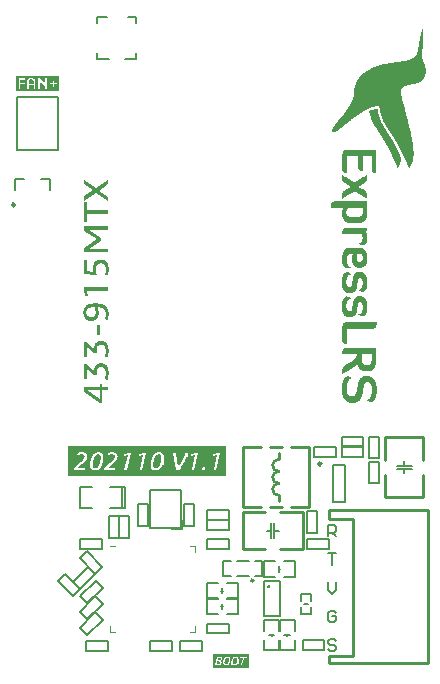
<source format=gto>
G04*
G04 #@! TF.GenerationSoftware,Altium Limited,Altium Designer,20.0.1 (14)*
G04*
G04 Layer_Color=65535*
%FSLAX44Y44*%
%MOMM*%
G71*
G01*
G75*
%ADD10C,0.2540*%
%ADD11C,0.2500*%
%ADD12C,0.1524*%
%ADD13C,0.1778*%
%ADD14C,0.2032*%
%ADD15C,0.1199*%
%ADD16C,0.2000*%
%ADD17C,0.0254*%
%ADD18C,0.1520*%
%ADD19C,0.1500*%
%ADD20C,0.1800*%
G36*
X203968Y191286D02*
Y166030D01*
X70250D01*
Y191286D01*
X203968D01*
D02*
G37*
G36*
X223446Y3895D02*
X192994D01*
Y15204D01*
X223446D01*
Y3895D01*
D02*
G37*
G36*
X104250Y413106D02*
X96160Y407799D01*
X104250Y402379D01*
Y398916D01*
X93749Y406084D01*
X83524Y399321D01*
Y403091D01*
X91225Y408106D01*
X83524Y413349D01*
Y416843D01*
X93668Y409821D01*
X104250Y416940D01*
Y413106D01*
D02*
G37*
G36*
X85983Y391376D02*
X104250D01*
Y388108D01*
X85983D01*
Y381296D01*
X83524D01*
Y398172D01*
X85983D01*
Y391376D01*
D02*
G37*
G36*
X104250Y374355D02*
X87957D01*
X97746Y367835D01*
Y365214D01*
X87957Y358726D01*
X104250D01*
Y355490D01*
X83524D01*
Y359065D01*
X94720Y366524D01*
X83524Y373999D01*
Y377559D01*
X104250D01*
Y374355D01*
D02*
G37*
G36*
X98166Y349454D02*
X98328D01*
X98522Y349438D01*
X98733Y349422D01*
X98959Y349406D01*
X99461Y349325D01*
X99995Y349228D01*
X100529Y349082D01*
X101030Y348888D01*
X101046D01*
X101095Y348856D01*
X101160Y348823D01*
X101241Y348775D01*
X101354Y348726D01*
X101483Y348646D01*
X101775Y348467D01*
X102114Y348241D01*
X102454Y347966D01*
X102794Y347642D01*
X103117Y347270D01*
X103134Y347254D01*
X103150Y347222D01*
X103198Y347173D01*
X103247Y347092D01*
X103312Y346995D01*
X103392Y346866D01*
X103473Y346736D01*
X103554Y346574D01*
X103651Y346413D01*
X103748Y346218D01*
X103926Y345798D01*
X104104Y345329D01*
X104250Y344811D01*
Y344795D01*
X104266Y344746D01*
X104282Y344665D01*
X104298Y344568D01*
X104331Y344422D01*
X104363Y344261D01*
X104396Y344083D01*
X104412Y343889D01*
X104444Y343662D01*
X104476Y343419D01*
X104509Y343144D01*
X104541Y342869D01*
X104574Y342271D01*
X104590Y341640D01*
Y341219D01*
X104574Y341057D01*
Y340669D01*
X104541Y340216D01*
X104509Y339714D01*
X104476Y339197D01*
X104412Y338695D01*
Y338679D01*
X104396Y338630D01*
Y338565D01*
X104379Y338468D01*
X104363Y338339D01*
X104347Y338209D01*
X104315Y338048D01*
X104282Y337870D01*
X104218Y337465D01*
X104137Y337012D01*
X104024Y336527D01*
X103910Y336025D01*
X101451Y336316D01*
Y336333D01*
X101467Y336381D01*
X101483Y336446D01*
X101499Y336543D01*
X101532Y336656D01*
X101564Y336802D01*
X101596Y336948D01*
X101629Y337125D01*
X101710Y337514D01*
X101791Y337951D01*
X101872Y338404D01*
X101952Y338873D01*
Y338938D01*
X101969Y339002D01*
X101985Y339083D01*
X102001Y339197D01*
Y339342D01*
X102017Y339488D01*
X102033Y339666D01*
X102066Y340054D01*
X102098Y340491D01*
X102114Y340960D01*
X102130Y341462D01*
Y341721D01*
X102114Y341834D01*
Y342076D01*
X102098Y342368D01*
X102066Y342691D01*
X101969Y343355D01*
Y343371D01*
X101952Y343387D01*
Y343436D01*
X101936Y343500D01*
X101888Y343662D01*
X101823Y343872D01*
X101726Y344099D01*
X101613Y344358D01*
X101483Y344600D01*
X101321Y344843D01*
X101305Y344876D01*
X101241Y344940D01*
X101127Y345053D01*
X100982Y345199D01*
X100804Y345361D01*
X100577Y345523D01*
X100335Y345668D01*
X100043Y345814D01*
X100027D01*
X100011Y345830D01*
X99962Y345846D01*
X99898Y345863D01*
X99817Y345895D01*
X99720Y345927D01*
X99477Y345992D01*
X99186Y346057D01*
X98814Y346121D01*
X98409Y346154D01*
X97956Y346170D01*
X97940D01*
X97907D01*
X97843D01*
X97762D01*
X97665Y346154D01*
X97535D01*
X97260Y346121D01*
X96953Y346089D01*
X96629Y346024D01*
X96306Y345927D01*
X95998Y345814D01*
X95982D01*
X95966Y345798D01*
X95869Y345749D01*
X95723Y345668D01*
X95545Y345571D01*
X95351Y345426D01*
X95157Y345264D01*
X94947Y345070D01*
X94769Y344859D01*
X94753Y344827D01*
X94688Y344746D01*
X94607Y344633D01*
X94510Y344455D01*
X94413Y344244D01*
X94299Y343986D01*
X94202Y343711D01*
X94122Y343403D01*
Y343387D01*
X94105Y343371D01*
Y343322D01*
X94089Y343258D01*
X94057Y343080D01*
X94024Y342853D01*
X93992Y342562D01*
X93960Y342238D01*
X93927Y341882D01*
Y341138D01*
X93944Y341009D01*
Y340863D01*
X93960Y340539D01*
X93992Y340167D01*
X94024Y339747D01*
X94073Y339294D01*
Y339245D01*
X94089Y339180D01*
X94105Y339083D01*
Y338986D01*
X94122Y338857D01*
X94170Y338565D01*
X94202Y338226D01*
X94251Y337854D01*
X94316Y337465D01*
X94364Y337093D01*
X93555Y336316D01*
X83524Y337206D01*
Y348840D01*
X86112D01*
Y339795D01*
X91662Y339310D01*
Y339326D01*
X91646Y339391D01*
X91630Y339488D01*
X91614Y339633D01*
X91597Y339811D01*
X91581Y340005D01*
X91549Y340248D01*
X91533Y340523D01*
Y340556D01*
X91517Y340653D01*
Y340798D01*
X91500Y340992D01*
X91484Y341219D01*
Y341462D01*
X91468Y341979D01*
Y342271D01*
X91484Y342416D01*
Y342578D01*
X91500Y342772D01*
Y342999D01*
X91549Y343468D01*
X91597Y343986D01*
X91678Y344520D01*
X91792Y345037D01*
Y345053D01*
X91808Y345102D01*
X91824Y345167D01*
X91856Y345264D01*
X91889Y345393D01*
X91921Y345523D01*
X91986Y345685D01*
X92034Y345846D01*
X92180Y346218D01*
X92358Y346607D01*
X92584Y347011D01*
X92843Y347383D01*
Y347400D01*
X92876Y347432D01*
X92924Y347481D01*
X92973Y347545D01*
X93134Y347723D01*
X93361Y347950D01*
X93636Y348192D01*
X93976Y348451D01*
X94364Y348694D01*
X94801Y348921D01*
X94817D01*
X94850Y348937D01*
X94930Y348969D01*
X95028Y349001D01*
X95141Y349050D01*
X95286Y349099D01*
X95448Y349147D01*
X95642Y349196D01*
X95853Y349244D01*
X96095Y349293D01*
X96338Y349341D01*
X96613Y349390D01*
X96904Y349422D01*
X97196Y349454D01*
X97859Y349471D01*
X97875D01*
X97940D01*
X98037D01*
X98166Y349454D01*
D02*
G37*
G36*
X104250Y323243D02*
X86339D01*
X87552Y318503D01*
X84931D01*
X83524Y323826D01*
Y326398D01*
X104250D01*
Y323243D01*
D02*
G37*
G36*
X94267Y312354D02*
X94526D01*
X94833Y312338D01*
X95173Y312322D01*
X95562Y312289D01*
X95950Y312257D01*
X96370Y312225D01*
X97244Y312111D01*
X98102Y311950D01*
X98522Y311853D01*
X98927Y311739D01*
X98943D01*
X99024Y311707D01*
X99121Y311675D01*
X99267Y311626D01*
X99445Y311561D01*
X99655Y311481D01*
X99881Y311383D01*
X100124Y311286D01*
X100658Y311027D01*
X101224Y310720D01*
X101775Y310364D01*
X102033Y310154D01*
X102276Y309943D01*
X102292Y309927D01*
X102325Y309895D01*
X102389Y309830D01*
X102486Y309733D01*
X102584Y309620D01*
X102697Y309490D01*
X102826Y309328D01*
X102972Y309151D01*
X103117Y308956D01*
X103263Y308730D01*
X103425Y308503D01*
X103570Y308244D01*
X103846Y307694D01*
X103959Y307403D01*
X104072Y307096D01*
Y307080D01*
X104088Y307015D01*
X104121Y306934D01*
X104153Y306805D01*
X104185Y306643D01*
X104234Y306448D01*
X104282Y306238D01*
X104331Y305996D01*
X104379Y305720D01*
X104428Y305429D01*
X104476Y305122D01*
X104509Y304798D01*
X104541Y304442D01*
X104574Y304086D01*
X104590Y303326D01*
Y303018D01*
X104574Y302889D01*
Y302582D01*
X104557Y302209D01*
X104525Y301789D01*
X104476Y301336D01*
X104428Y300850D01*
Y300786D01*
X104412Y300721D01*
X104396Y300624D01*
X104379Y300511D01*
X104363Y300381D01*
X104347Y300236D01*
X104315Y300074D01*
X104266Y299702D01*
X104201Y299297D01*
X104121Y298876D01*
X104040Y298456D01*
X101548Y298812D01*
Y298828D01*
X101564Y298860D01*
Y298925D01*
X101580Y298990D01*
X101613Y299087D01*
X101629Y299216D01*
X101661Y299346D01*
X101694Y299491D01*
X101758Y299831D01*
X101823Y300203D01*
X101904Y300624D01*
X101969Y301061D01*
Y301109D01*
X101985Y301174D01*
X102001Y301271D01*
Y301368D01*
X102017Y301497D01*
X102033Y301643D01*
X102050Y301805D01*
X102082Y302145D01*
X102098Y302533D01*
X102130Y302938D01*
Y303585D01*
X102114Y303698D01*
Y303844D01*
X102098Y303989D01*
X102082Y304167D01*
X102050Y304539D01*
X102001Y304928D01*
X101920Y305348D01*
X101807Y305753D01*
Y305769D01*
X101791Y305801D01*
X101775Y305850D01*
X101742Y305931D01*
X101710Y306028D01*
X101661Y306125D01*
X101548Y306384D01*
X101402Y306659D01*
X101208Y306966D01*
X100982Y307257D01*
X100707Y307549D01*
X100690Y307565D01*
X100674Y307581D01*
X100626Y307614D01*
X100561Y307662D01*
X100480Y307727D01*
X100399Y307808D01*
X100156Y307969D01*
X99849Y308147D01*
X99493Y308325D01*
X99089Y308503D01*
X98619Y308665D01*
X98603D01*
X98555Y308681D01*
X98490Y308697D01*
X98377Y308730D01*
X98264Y308762D01*
X98102Y308795D01*
X97924Y308827D01*
X97713Y308876D01*
X97503Y308908D01*
X97244Y308940D01*
X96985Y308973D01*
X96694Y309005D01*
X96387Y309037D01*
X96063Y309053D01*
X95723Y309070D01*
X95367D01*
Y309053D01*
X95384Y309021D01*
X95400Y308973D01*
X95416Y308892D01*
X95448Y308795D01*
X95481Y308681D01*
X95513Y308568D01*
X95562Y308423D01*
X95642Y308083D01*
X95723Y307711D01*
X95820Y307290D01*
X95901Y306853D01*
Y306837D01*
X95917Y306805D01*
Y306740D01*
X95934Y306643D01*
X95950Y306529D01*
X95966Y306400D01*
X95982Y306254D01*
X95998Y306093D01*
X96047Y305720D01*
X96079Y305300D01*
X96095Y304847D01*
X96112Y304377D01*
Y304232D01*
X96095Y304070D01*
Y303844D01*
X96063Y303568D01*
X96031Y303261D01*
X95998Y302905D01*
X95934Y302533D01*
X95853Y302129D01*
X95772Y301724D01*
X95659Y301303D01*
X95513Y300883D01*
X95351Y300462D01*
X95173Y300058D01*
X94947Y299669D01*
X94704Y299313D01*
X94688Y299297D01*
X94639Y299232D01*
X94558Y299151D01*
X94429Y299038D01*
X94267Y298893D01*
X94089Y298747D01*
X93846Y298569D01*
X93588Y298407D01*
X93280Y298245D01*
X92940Y298067D01*
X92552Y297922D01*
X92131Y297792D01*
X91678Y297663D01*
X91177Y297582D01*
X90627Y297517D01*
X90044Y297501D01*
X90028D01*
X90012D01*
X89963D01*
X89899D01*
X89737Y297517D01*
X89526Y297533D01*
X89251Y297566D01*
X88944Y297598D01*
X88604Y297663D01*
X88232Y297744D01*
X87844Y297841D01*
X87439Y297954D01*
X87018Y298116D01*
X86598Y298294D01*
X86193Y298504D01*
X85789Y298763D01*
X85400Y299054D01*
X85045Y299378D01*
X85028Y299394D01*
X84964Y299459D01*
X84867Y299572D01*
X84753Y299734D01*
X84624Y299928D01*
X84462Y300155D01*
X84300Y300430D01*
X84122Y300753D01*
X83944Y301109D01*
X83783Y301514D01*
X83621Y301951D01*
X83491Y302420D01*
X83362Y302938D01*
X83281Y303488D01*
X83216Y304070D01*
X83200Y304701D01*
Y304879D01*
X83216Y305025D01*
Y305187D01*
X83232Y305381D01*
X83249Y305591D01*
X83265Y305834D01*
X83297Y306076D01*
X83346Y306335D01*
X83443Y306902D01*
X83588Y307468D01*
X83783Y308018D01*
Y308034D01*
X83815Y308083D01*
X83847Y308164D01*
X83896Y308261D01*
X83961Y308390D01*
X84025Y308520D01*
X84122Y308681D01*
X84236Y308859D01*
X84494Y309248D01*
X84802Y309636D01*
X85190Y310040D01*
X85627Y310429D01*
X85643Y310445D01*
X85692Y310477D01*
X85757Y310526D01*
X85854Y310591D01*
X85983Y310672D01*
X86129Y310769D01*
X86307Y310866D01*
X86501Y310979D01*
X86727Y311092D01*
X86986Y311205D01*
X87245Y311335D01*
X87536Y311448D01*
X87844Y311577D01*
X88183Y311691D01*
X88523Y311788D01*
X88895Y311885D01*
X88912D01*
X88993Y311901D01*
X89089Y311933D01*
X89251Y311966D01*
X89445Y311998D01*
X89672Y312047D01*
X89947Y312079D01*
X90254Y312128D01*
X90578Y312176D01*
X90950Y312225D01*
X91355Y312257D01*
X91775Y312289D01*
X92245Y312322D01*
X92714Y312354D01*
X93215Y312370D01*
X93749D01*
X93765D01*
X93782D01*
X93830D01*
X93879D01*
X94041D01*
X94267Y312354D01*
D02*
G37*
G36*
X97018Y285399D02*
X94591D01*
Y293715D01*
X97018D01*
Y285399D01*
D02*
G37*
G36*
X98231Y280577D02*
X98393D01*
X98587Y280561D01*
X98797Y280545D01*
X99024Y280512D01*
X99525Y280448D01*
X100043Y280334D01*
X100577Y280189D01*
X101079Y279995D01*
X101095D01*
X101127Y279962D01*
X101208Y279930D01*
X101289Y279881D01*
X101402Y279817D01*
X101516Y279752D01*
X101807Y279558D01*
X102130Y279331D01*
X102470Y279040D01*
X102810Y278700D01*
X103117Y278328D01*
X103134Y278312D01*
X103150Y278279D01*
X103182Y278215D01*
X103247Y278134D01*
X103312Y278037D01*
X103376Y277924D01*
X103457Y277778D01*
X103538Y277616D01*
X103635Y277438D01*
X103716Y277244D01*
X103894Y276807D01*
X104072Y276322D01*
X104218Y275788D01*
Y275772D01*
X104234Y275723D01*
X104250Y275642D01*
X104266Y275529D01*
X104298Y275399D01*
X104331Y275238D01*
X104363Y275044D01*
X104379Y274833D01*
X104412Y274607D01*
X104444Y274348D01*
X104476Y274089D01*
X104509Y273814D01*
X104541Y273215D01*
X104557Y272568D01*
Y272147D01*
X104541Y271969D01*
Y271775D01*
X104525Y271565D01*
Y271338D01*
X104509Y271096D01*
X104476Y270562D01*
X104428Y269995D01*
X104363Y269429D01*
Y269413D01*
X104347Y269364D01*
Y269284D01*
X104331Y269170D01*
X104315Y269041D01*
X104282Y268879D01*
X104266Y268717D01*
X104234Y268523D01*
X104169Y268086D01*
X104088Y267617D01*
X103991Y267132D01*
X103878Y266646D01*
X101419Y266938D01*
Y266954D01*
X101435Y266986D01*
X101451Y267051D01*
X101467Y267148D01*
X101499Y267261D01*
X101532Y267390D01*
X101564Y267536D01*
X101596Y267698D01*
X101645Y267892D01*
X101677Y268086D01*
X101758Y268523D01*
X101855Y269009D01*
X101936Y269510D01*
Y269575D01*
X101952Y269656D01*
X101969Y269753D01*
X101985Y269882D01*
X102001Y270028D01*
X102017Y270206D01*
X102033Y270400D01*
X102050Y270594D01*
X102066Y270821D01*
X102098Y271306D01*
X102114Y271824D01*
X102130Y272358D01*
Y272649D01*
X102114Y272762D01*
X102098Y273037D01*
X102082Y273345D01*
X102050Y273684D01*
X102001Y274040D01*
X101936Y274380D01*
Y274396D01*
X101920Y274429D01*
Y274461D01*
X101888Y274526D01*
X101839Y274704D01*
X101775Y274914D01*
X101677Y275157D01*
X101564Y275416D01*
X101435Y275675D01*
X101273Y275917D01*
X101257Y275950D01*
X101192Y276031D01*
X101079Y276144D01*
X100933Y276289D01*
X100755Y276451D01*
X100545Y276613D01*
X100302Y276759D01*
X100027Y276904D01*
X100011D01*
X99995Y276920D01*
X99946Y276937D01*
X99881Y276953D01*
X99801Y276985D01*
X99720Y277017D01*
X99477Y277082D01*
X99202Y277147D01*
X98862Y277212D01*
X98474Y277244D01*
X98053Y277260D01*
X98037D01*
X97972D01*
X97875D01*
X97730Y277244D01*
X97568Y277228D01*
X97390Y277195D01*
X97196Y277147D01*
X96969Y277098D01*
X96743Y277034D01*
X96516Y276953D01*
X96273Y276856D01*
X96047Y276726D01*
X95820Y276581D01*
X95610Y276419D01*
X95416Y276225D01*
X95238Y275998D01*
X95222Y275982D01*
X95205Y275933D01*
X95157Y275869D01*
X95108Y275772D01*
X95028Y275642D01*
X94963Y275497D01*
X94882Y275302D01*
X94801Y275108D01*
X94720Y274866D01*
X94639Y274607D01*
X94558Y274332D01*
X94494Y274024D01*
X94445Y273701D01*
X94396Y273345D01*
X94380Y272973D01*
X94364Y272568D01*
Y270206D01*
X92261D01*
X86015Y275998D01*
Y266808D01*
X83524D01*
Y279995D01*
X85708D01*
X92115Y273846D01*
Y274073D01*
X92131Y274186D01*
Y274315D01*
X92148Y274461D01*
Y274607D01*
X92196Y274963D01*
X92245Y275367D01*
X92325Y275804D01*
X92439Y276241D01*
Y276257D01*
X92455Y276289D01*
X92471Y276354D01*
X92503Y276451D01*
X92536Y276548D01*
X92568Y276678D01*
X92682Y276953D01*
X92827Y277292D01*
X93005Y277649D01*
X93215Y278021D01*
X93458Y278393D01*
Y278409D01*
X93490Y278441D01*
X93523Y278490D01*
X93588Y278555D01*
X93733Y278732D01*
X93944Y278959D01*
X94202Y279202D01*
X94510Y279477D01*
X94866Y279736D01*
X95254Y279978D01*
X95270D01*
X95303Y280011D01*
X95367Y280043D01*
X95448Y280075D01*
X95545Y280124D01*
X95675Y280173D01*
X95820Y280221D01*
X95998Y280286D01*
X96176Y280350D01*
X96387Y280399D01*
X96597Y280448D01*
X96840Y280496D01*
X97357Y280561D01*
X97924Y280593D01*
X97940D01*
X98005D01*
X98102D01*
X98231Y280577D01*
D02*
G37*
G36*
Y261711D02*
X98393D01*
X98587Y261695D01*
X98797Y261679D01*
X99024Y261647D01*
X99525Y261582D01*
X100043Y261469D01*
X100577Y261323D01*
X101079Y261129D01*
X101095D01*
X101127Y261097D01*
X101208Y261064D01*
X101289Y261016D01*
X101402Y260951D01*
X101516Y260886D01*
X101807Y260692D01*
X102130Y260466D01*
X102470Y260174D01*
X102810Y259834D01*
X103117Y259462D01*
X103134Y259446D01*
X103150Y259414D01*
X103182Y259349D01*
X103247Y259268D01*
X103312Y259171D01*
X103376Y259058D01*
X103457Y258912D01*
X103538Y258750D01*
X103635Y258573D01*
X103716Y258378D01*
X103894Y257941D01*
X104072Y257456D01*
X104218Y256922D01*
Y256906D01*
X104234Y256857D01*
X104250Y256777D01*
X104266Y256663D01*
X104298Y256534D01*
X104331Y256372D01*
X104363Y256178D01*
X104379Y255968D01*
X104412Y255741D01*
X104444Y255482D01*
X104476Y255223D01*
X104509Y254948D01*
X104541Y254350D01*
X104557Y253702D01*
Y253282D01*
X104541Y253104D01*
Y252910D01*
X104525Y252699D01*
Y252473D01*
X104509Y252230D01*
X104476Y251696D01*
X104428Y251130D01*
X104363Y250564D01*
Y250547D01*
X104347Y250499D01*
Y250418D01*
X104331Y250305D01*
X104315Y250175D01*
X104282Y250013D01*
X104266Y249852D01*
X104234Y249657D01*
X104169Y249221D01*
X104088Y248751D01*
X103991Y248266D01*
X103878Y247781D01*
X101419Y248072D01*
Y248088D01*
X101435Y248120D01*
X101451Y248185D01*
X101467Y248282D01*
X101499Y248395D01*
X101532Y248525D01*
X101564Y248671D01*
X101596Y248832D01*
X101645Y249026D01*
X101677Y249221D01*
X101758Y249657D01*
X101855Y250143D01*
X101936Y250644D01*
Y250709D01*
X101952Y250790D01*
X101969Y250887D01*
X101985Y251017D01*
X102001Y251162D01*
X102017Y251340D01*
X102033Y251534D01*
X102050Y251728D01*
X102066Y251955D01*
X102098Y252440D01*
X102114Y252958D01*
X102130Y253492D01*
Y253783D01*
X102114Y253897D01*
X102098Y254172D01*
X102082Y254479D01*
X102050Y254819D01*
X102001Y255175D01*
X101936Y255515D01*
Y255531D01*
X101920Y255563D01*
Y255595D01*
X101888Y255660D01*
X101839Y255838D01*
X101775Y256049D01*
X101677Y256291D01*
X101564Y256550D01*
X101435Y256809D01*
X101273Y257052D01*
X101257Y257084D01*
X101192Y257165D01*
X101079Y257278D01*
X100933Y257424D01*
X100755Y257586D01*
X100545Y257747D01*
X100302Y257893D01*
X100027Y258039D01*
X100011D01*
X99995Y258055D01*
X99946Y258071D01*
X99881Y258087D01*
X99801Y258120D01*
X99720Y258152D01*
X99477Y258217D01*
X99202Y258281D01*
X98862Y258346D01*
X98474Y258378D01*
X98053Y258395D01*
X98037D01*
X97972D01*
X97875D01*
X97730Y258378D01*
X97568Y258362D01*
X97390Y258330D01*
X97196Y258281D01*
X96969Y258233D01*
X96743Y258168D01*
X96516Y258087D01*
X96273Y257990D01*
X96047Y257861D01*
X95820Y257715D01*
X95610Y257553D01*
X95416Y257359D01*
X95238Y257132D01*
X95222Y257116D01*
X95205Y257068D01*
X95157Y257003D01*
X95108Y256906D01*
X95028Y256777D01*
X94963Y256631D01*
X94882Y256437D01*
X94801Y256243D01*
X94720Y256000D01*
X94639Y255741D01*
X94558Y255466D01*
X94494Y255159D01*
X94445Y254835D01*
X94396Y254479D01*
X94380Y254107D01*
X94364Y253702D01*
Y251340D01*
X92261D01*
X86015Y257132D01*
Y247942D01*
X83524D01*
Y261129D01*
X85708D01*
X92115Y254981D01*
Y255207D01*
X92131Y255320D01*
Y255450D01*
X92148Y255595D01*
Y255741D01*
X92196Y256097D01*
X92245Y256502D01*
X92325Y256938D01*
X92439Y257375D01*
Y257391D01*
X92455Y257424D01*
X92471Y257488D01*
X92503Y257586D01*
X92536Y257683D01*
X92568Y257812D01*
X92682Y258087D01*
X92827Y258427D01*
X93005Y258783D01*
X93215Y259155D01*
X93458Y259527D01*
Y259543D01*
X93490Y259576D01*
X93523Y259624D01*
X93588Y259689D01*
X93733Y259867D01*
X93944Y260093D01*
X94202Y260336D01*
X94510Y260611D01*
X94866Y260870D01*
X95254Y261113D01*
X95270D01*
X95303Y261145D01*
X95367Y261178D01*
X95448Y261210D01*
X95545Y261258D01*
X95675Y261307D01*
X95820Y261355D01*
X95998Y261420D01*
X96176Y261485D01*
X96387Y261533D01*
X96597Y261582D01*
X96840Y261630D01*
X97357Y261695D01*
X97924Y261728D01*
X97940D01*
X98005D01*
X98102D01*
X98231Y261711D01*
D02*
G37*
G36*
X99283Y241713D02*
X104250D01*
Y238655D01*
X99283D01*
Y227734D01*
X97147D01*
X83524Y237425D01*
Y241713D01*
X96888D01*
Y244350D01*
X99283D01*
Y241713D01*
D02*
G37*
G36*
X331262Y422512D02*
X331239D01*
X331147D01*
X331008D01*
X330823Y422535D01*
X330799D01*
X330776D01*
X330707Y422558D01*
X330614D01*
X330476Y422581D01*
X330314Y422628D01*
X330105Y422674D01*
X329851Y422720D01*
X329828D01*
X329735Y422743D01*
X329596Y422790D01*
X329434Y422836D01*
X329249Y422906D01*
X329041Y422975D01*
X328624Y423160D01*
X328601Y423183D01*
X328532Y423206D01*
X328439Y423276D01*
X328324Y423368D01*
X328185Y423507D01*
X328023Y423646D01*
X327861Y423854D01*
X327699Y424062D01*
X327676Y424086D01*
X327629Y424178D01*
X327560Y424294D01*
X327491Y424479D01*
X327421Y424687D01*
X327352Y424942D01*
X327305Y425219D01*
X327282Y425520D01*
Y436882D01*
X319831D01*
Y428042D01*
X319855Y427672D01*
X319878Y427256D01*
X319901Y426816D01*
X319947Y426376D01*
X319993Y425937D01*
Y425890D01*
X320017Y425752D01*
X320063Y425566D01*
X320086Y425335D01*
X320155Y425081D01*
X320202Y424849D01*
X320248Y424641D01*
X320317Y424479D01*
X320479Y424109D01*
X320456D01*
X320433D01*
X320364D01*
X320271D01*
X320063Y424132D01*
X319762Y424178D01*
X319415Y424224D01*
X319021Y424317D01*
X318605Y424433D01*
X318165Y424595D01*
X317726Y424803D01*
X317309Y425034D01*
X316916Y425358D01*
X316569Y425728D01*
X316268Y426168D01*
X316060Y426677D01*
X315967Y426978D01*
X315898Y427279D01*
X315875Y427603D01*
X315851Y427950D01*
Y436882D01*
X306480D01*
Y422512D01*
X306457D01*
X306434D01*
X306364D01*
X306272D01*
X306017Y422558D01*
X305693Y422605D01*
X305670D01*
X305601Y422628D01*
X305508D01*
X305369Y422674D01*
X305184Y422720D01*
X304953Y422767D01*
X304698Y422836D01*
X304397Y422929D01*
X304351D01*
X304259Y422975D01*
X304097Y423044D01*
X303911Y423137D01*
X303703Y423252D01*
X303472Y423414D01*
X303241Y423623D01*
X303032Y423854D01*
X303009Y423877D01*
X302940Y423970D01*
X302870Y424109D01*
X302778Y424317D01*
X302662Y424548D01*
X302593Y424849D01*
X302523Y425173D01*
X302500Y425520D01*
Y438409D01*
X302523Y438478D01*
Y438594D01*
X302546Y438733D01*
X302569Y438918D01*
X302616Y439149D01*
X302662Y439404D01*
Y439427D01*
X302685Y439543D01*
X302708Y439682D01*
X302754Y439867D01*
X302824Y440075D01*
X302870Y440283D01*
X303032Y440746D01*
X303055Y440769D01*
X303078Y440839D01*
X303148Y440954D01*
X303217Y441093D01*
X303333Y441255D01*
X303472Y441417D01*
X303634Y441602D01*
X303819Y441787D01*
X303842Y441810D01*
X303911Y441857D01*
X304027Y441949D01*
X304189Y442019D01*
X304374Y442111D01*
X304606Y442204D01*
X304837Y442250D01*
X305115Y442273D01*
X331262D01*
Y422512D01*
D02*
G37*
G36*
X323163Y421054D02*
X323187Y421008D01*
Y420915D01*
X323210Y420777D01*
X323233Y420638D01*
X323256Y420453D01*
X323326Y420059D01*
X323395Y419643D01*
X323441Y419203D01*
X323464Y418787D01*
X323487Y418439D01*
Y418231D01*
X323464Y418023D01*
X323418Y417722D01*
X323349Y417375D01*
X323256Y416982D01*
X323140Y416542D01*
X322955Y416102D01*
Y416079D01*
X322932Y416056D01*
X322909Y415987D01*
X322863Y415894D01*
X322724Y415686D01*
X322562Y415408D01*
X322331Y415107D01*
X322030Y414784D01*
X321683Y414460D01*
X321289Y414159D01*
X316060Y411058D01*
X321289Y407980D01*
X321312D01*
X321335Y407934D01*
X321474Y407842D01*
X321683Y407680D01*
X321937Y407448D01*
X322215Y407171D01*
X322492Y406847D01*
X322747Y406477D01*
X322955Y406037D01*
Y406014D01*
X322978Y405991D01*
X323002Y405921D01*
X323048Y405829D01*
X323117Y405597D01*
X323233Y405296D01*
X323326Y404926D01*
X323395Y404533D01*
X323464Y404116D01*
X323487Y403700D01*
X323163Y401039D01*
X323140D01*
X323117Y401085D01*
X323048Y401131D01*
X322932Y401201D01*
X322816Y401293D01*
X322678Y401409D01*
X322331Y401664D01*
X321914Y401941D01*
X321451Y402265D01*
X320919Y402612D01*
X320364Y402936D01*
X315157Y405991D01*
X315134D01*
X315088Y406037D01*
X314995Y406106D01*
X314856Y406176D01*
X314718Y406291D01*
X314533Y406430D01*
X314324Y406569D01*
X314116Y406754D01*
X314093Y406777D01*
X314023Y406847D01*
X313908Y406939D01*
X313769Y407055D01*
X313445Y407333D01*
X313121Y407657D01*
X312751Y408004D01*
Y407980D01*
X312728Y407957D01*
X312635Y407819D01*
X312496Y407633D01*
X312265Y407356D01*
X311964Y407055D01*
X311571Y406708D01*
X311362Y406546D01*
X311108Y406361D01*
X310830Y406176D01*
X310529Y405991D01*
X305786Y403214D01*
X305763Y403191D01*
X305693Y403167D01*
X305601Y403098D01*
X305462Y403006D01*
X305277Y402913D01*
X305092Y402797D01*
X304629Y402496D01*
X304097Y402173D01*
X303564Y401802D01*
X303032Y401432D01*
X302523Y401039D01*
Y401062D01*
X302500Y401108D01*
Y401201D01*
X302477Y401339D01*
X302454Y401478D01*
X302431Y401664D01*
X302384Y402057D01*
X302315Y402496D01*
X302269Y402936D01*
X302246Y403353D01*
X302222Y403538D01*
Y403908D01*
X302246Y404139D01*
X302292Y404440D01*
X302338Y404810D01*
X302431Y405227D01*
X302546Y405667D01*
X302708Y406129D01*
Y406152D01*
X302731Y406176D01*
X302754Y406245D01*
X302801Y406338D01*
X302940Y406546D01*
X303125Y406824D01*
X303356Y407147D01*
X303657Y407448D01*
X304004Y407772D01*
X304421Y408050D01*
X309743Y411058D01*
X304421Y414089D01*
X304397D01*
X304374Y414113D01*
X304235Y414205D01*
X304004Y414367D01*
X303750Y414575D01*
X303472Y414853D01*
X303194Y415177D01*
X302940Y415570D01*
X302708Y416010D01*
Y416033D01*
X302685Y416056D01*
X302662Y416126D01*
X302639Y416218D01*
X302546Y416473D01*
X302477Y416773D01*
X302384Y417144D01*
X302292Y417560D01*
X302246Y418000D01*
X302222Y418439D01*
X302523Y421077D01*
X302546Y421054D01*
X302593Y421031D01*
X302662Y420985D01*
X302754Y420892D01*
X302870Y420800D01*
X303032Y420707D01*
X303194Y420568D01*
X303402Y420429D01*
X303634Y420291D01*
X303865Y420106D01*
X304421Y419758D01*
X305068Y419342D01*
X305786Y418926D01*
X310529Y416149D01*
X310553Y416126D01*
X310645Y416079D01*
X310784Y415987D01*
X310969Y415848D01*
X311177Y415709D01*
X311385Y415547D01*
X311825Y415200D01*
X311848Y415177D01*
X311918Y415107D01*
X312010Y415015D01*
X312126Y414899D01*
X312357Y414645D01*
X312473Y414529D01*
X312542Y414413D01*
X312751Y414136D01*
X312774Y414159D01*
X312820Y414205D01*
X312890Y414274D01*
X313005Y414367D01*
X313260Y414622D01*
X313607Y414922D01*
X313977Y415246D01*
X314370Y415593D01*
X314787Y415894D01*
X315157Y416149D01*
X320364Y419203D01*
X320387D01*
X320433Y419249D01*
X320503Y419296D01*
X320618Y419365D01*
X320757Y419435D01*
X320919Y419527D01*
X321289Y419758D01*
X321729Y420036D01*
X322192Y420360D01*
X322678Y420707D01*
X323163Y421077D01*
Y421054D01*
D02*
G37*
G36*
X323696Y398609D02*
X323673Y398563D01*
X323626Y398470D01*
X323580Y398378D01*
X323511Y398216D01*
X323464Y398054D01*
X323395Y397869D01*
X323326Y397660D01*
X323163Y397174D01*
X323048Y396619D01*
X322955Y396041D01*
X322932Y395416D01*
Y395208D01*
X322955Y395092D01*
Y394791D01*
X322978Y394606D01*
X323025Y394166D01*
X323094Y393634D01*
X323187Y393009D01*
X323302Y392315D01*
Y392292D01*
X323326Y392223D01*
X323349Y392130D01*
X323372Y391991D01*
X323395Y391829D01*
X323418Y391644D01*
X323511Y391228D01*
X323580Y390765D01*
X323626Y390302D01*
X323673Y389885D01*
X323696Y389700D01*
Y389122D01*
X323673Y388821D01*
X323649Y388474D01*
X323603Y388058D01*
X323534Y387595D01*
X323464Y387086D01*
X323372Y386553D01*
X323256Y386021D01*
X323094Y385466D01*
X322932Y384911D01*
X322724Y384355D01*
X322469Y383846D01*
X322192Y383337D01*
X321868Y382874D01*
X321844Y382851D01*
X321775Y382782D01*
X321683Y382643D01*
X321521Y382504D01*
X321335Y382319D01*
X321104Y382111D01*
X320849Y381902D01*
X320526Y381671D01*
X320178Y381463D01*
X319808Y381255D01*
X319369Y381046D01*
X318906Y380861D01*
X318420Y380699D01*
X317865Y380583D01*
X317286Y380514D01*
X316684Y380491D01*
X308956D01*
X308910D01*
X308817D01*
X308655Y380514D01*
X308447Y380537D01*
X308169Y380560D01*
X307868Y380607D01*
X307521Y380699D01*
X307151Y380792D01*
X306758Y380907D01*
X306364Y381069D01*
X305948Y381255D01*
X305531Y381486D01*
X305115Y381764D01*
X304698Y382064D01*
X304305Y382435D01*
X303935Y382851D01*
X303911Y382874D01*
X303865Y382967D01*
X303750Y383083D01*
X303634Y383268D01*
X303495Y383499D01*
X303333Y383777D01*
X303171Y384077D01*
X302986Y384448D01*
X302801Y384841D01*
X302639Y385258D01*
X302477Y385744D01*
X302338Y386230D01*
X302222Y386762D01*
X302130Y387340D01*
X302060Y387919D01*
X302037Y388543D01*
Y388798D01*
X302060Y388937D01*
Y389076D01*
X302083Y389446D01*
X302130Y389862D01*
X302199Y390348D01*
X302292Y390834D01*
X302407Y391320D01*
Y391343D01*
X302431Y391367D01*
X302454Y391436D01*
X302477Y391528D01*
X302546Y391760D01*
X302639Y392038D01*
X302754Y392338D01*
X302893Y392639D01*
X303032Y392917D01*
X303171Y393171D01*
X303564Y393727D01*
X303541D01*
X303518Y393703D01*
X303449D01*
X303356Y393680D01*
X303102Y393634D01*
X302801Y393565D01*
X302431Y393495D01*
X302060Y393449D01*
X301667Y393426D01*
X301274Y393403D01*
X292573D01*
Y393703D01*
X292596Y393866D01*
Y394051D01*
X292643Y394444D01*
Y394467D01*
X292666Y394537D01*
Y394675D01*
X292689Y394860D01*
X292735Y395092D01*
X292782Y395370D01*
X292851Y395717D01*
X292920Y396110D01*
Y396156D01*
X292967Y396295D01*
X293036Y396503D01*
X293105Y396758D01*
X293244Y397036D01*
X293406Y397360D01*
X293591Y397660D01*
X293846Y397938D01*
X293869Y397961D01*
X293962Y398054D01*
X294123Y398146D01*
X294332Y398285D01*
X294586Y398401D01*
X294864Y398517D01*
X295211Y398609D01*
X295581Y398632D01*
X323696D01*
Y398609D01*
D02*
G37*
G36*
X323649Y376025D02*
X323626Y375979D01*
X323580Y375886D01*
X323534Y375770D01*
X323464Y375632D01*
X323395Y375470D01*
X323256Y375053D01*
X323094Y374590D01*
X322978Y374058D01*
X322886Y373503D01*
X322840Y372948D01*
Y372785D01*
X322863Y372600D01*
X322886Y372300D01*
X322909Y372114D01*
X322932Y371929D01*
X322978Y371698D01*
X323025Y371443D01*
X323071Y371189D01*
X323117Y370888D01*
X323187Y370564D01*
X323256Y370217D01*
Y370194D01*
X323279Y370125D01*
X323302Y370032D01*
X323326Y369893D01*
X323349Y369731D01*
X323395Y369546D01*
X323487Y369106D01*
X323557Y368597D01*
X323626Y368065D01*
X323673Y367533D01*
X323696Y367047D01*
Y366815D01*
X323673Y366654D01*
Y366445D01*
X323649Y366214D01*
X323626Y365959D01*
X323580Y365682D01*
X323464Y365080D01*
X323302Y364409D01*
X323071Y363761D01*
X322770Y363159D01*
Y363136D01*
X322724Y363090D01*
X322678Y363021D01*
X322585Y362905D01*
X322377Y362674D01*
X322076Y362373D01*
X321659Y362095D01*
X321428Y361979D01*
X321174Y361841D01*
X320896Y361748D01*
X320572Y361679D01*
X320248Y361632D01*
X319901Y361609D01*
X319878D01*
X319785D01*
X319646Y361632D01*
X319484D01*
X319276Y361679D01*
X319021Y361725D01*
X318790Y361771D01*
X318512Y361864D01*
X318489D01*
X318397Y361910D01*
X318281Y361956D01*
X318119Y362026D01*
X317749Y362188D01*
X317564Y362303D01*
X317402Y362396D01*
X317379D01*
X317332Y362442D01*
X317240Y362489D01*
X317124Y362581D01*
X316846Y362766D01*
X316499Y363044D01*
X316476Y363067D01*
X316430Y363090D01*
X316337Y363159D01*
X316245Y363229D01*
X316060Y363368D01*
X316013Y363437D01*
X315967Y363460D01*
X315990D01*
X316037D01*
X316129D01*
X316268Y363484D01*
X316407Y363507D01*
X316592Y363530D01*
X316985Y363622D01*
X317425Y363761D01*
X317888Y363969D01*
X318096Y364108D01*
X318304Y364270D01*
X318512Y364478D01*
X318698Y364687D01*
Y364710D01*
X318744Y364733D01*
X318790Y364802D01*
X318836Y364918D01*
X318906Y365034D01*
X318998Y365173D01*
X319068Y365335D01*
X319160Y365543D01*
X319322Y365983D01*
X319484Y366515D01*
X319577Y367140D01*
X319623Y367811D01*
Y367949D01*
X319600Y368019D01*
Y368134D01*
X319577Y368250D01*
Y368412D01*
X319554Y368597D01*
X319508Y368806D01*
X319484Y369060D01*
X319438Y369338D01*
X319392Y369639D01*
X319322Y370009D01*
X319253Y370379D01*
X319184Y370819D01*
X302222D01*
Y371143D01*
X302246Y371397D01*
Y371467D01*
X302269Y371559D01*
Y371675D01*
X302292Y371860D01*
X302315Y372068D01*
X302361Y372323D01*
X302407Y372647D01*
Y372693D01*
X302431Y372809D01*
X302454Y372971D01*
X302500Y373179D01*
X302546Y373433D01*
X302593Y373711D01*
X302754Y374243D01*
X302778Y374266D01*
X302801Y374359D01*
X302870Y374475D01*
X302940Y374660D01*
X303055Y374845D01*
X303194Y375053D01*
X303356Y375261D01*
X303541Y375493D01*
X303564Y375516D01*
X303634Y375585D01*
X303750Y375678D01*
X303911Y375770D01*
X304097Y375863D01*
X304305Y375956D01*
X304559Y376025D01*
X304814Y376048D01*
X323649D01*
Y376025D01*
D02*
G37*
G36*
X316939Y359619D02*
X317170Y359596D01*
X317448Y359573D01*
X317772Y359527D01*
X318119Y359457D01*
X318512Y359342D01*
X318929Y359226D01*
X319345Y359087D01*
X319785Y358879D01*
X320225Y358671D01*
X320641Y358393D01*
X321058Y358092D01*
X321451Y357745D01*
X321821Y357328D01*
X321844Y357305D01*
X321914Y357213D01*
X322006Y357097D01*
X322122Y356889D01*
X322261Y356657D01*
X322423Y356380D01*
X322585Y356033D01*
X322770Y355639D01*
X322932Y355200D01*
X323094Y354691D01*
X323256Y354158D01*
X323395Y353580D01*
X323534Y352932D01*
X323626Y352238D01*
X323673Y351520D01*
X323696Y350734D01*
Y350340D01*
X323673Y350039D01*
X323649Y349692D01*
X323603Y349299D01*
X323534Y348859D01*
X323464Y348373D01*
X323372Y347864D01*
X323256Y347355D01*
X323117Y346823D01*
X322932Y346291D01*
X322724Y345782D01*
X322492Y345273D01*
X322215Y344810D01*
X321891Y344394D01*
X321868Y344370D01*
X321798Y344301D01*
X321706Y344185D01*
X321567Y344046D01*
X321382Y343884D01*
X321174Y343722D01*
X320896Y343514D01*
X320618Y343306D01*
X320294Y343121D01*
X319924Y342912D01*
X319508Y342751D01*
X319091Y342565D01*
X318605Y342450D01*
X318119Y342334D01*
X317564Y342265D01*
X317008Y342242D01*
X316985D01*
X316893D01*
X316731Y342265D01*
X316523D01*
X316291Y342311D01*
X315990Y342357D01*
X315666Y342403D01*
X315342Y342496D01*
X314972Y342589D01*
X314579Y342727D01*
X314185Y342889D01*
X313792Y343074D01*
X313399Y343306D01*
X313005Y343584D01*
X312635Y343884D01*
X312265Y344231D01*
X312242Y344255D01*
X312195Y344324D01*
X312103Y344440D01*
X311987Y344602D01*
X311825Y344833D01*
X311686Y345088D01*
X311501Y345412D01*
X311339Y345759D01*
X311177Y346175D01*
X310992Y346661D01*
X310853Y347170D01*
X310714Y347749D01*
X310576Y348397D01*
X310483Y349068D01*
X310437Y349808D01*
X310414Y350618D01*
Y350803D01*
X310437Y350942D01*
Y351127D01*
X310460Y351335D01*
X310483Y351567D01*
X310506Y351821D01*
X310599Y352400D01*
X310714Y353048D01*
X310900Y353719D01*
X311131Y354390D01*
X309696D01*
X309650D01*
X309534D01*
X309349Y354367D01*
X309118Y354320D01*
X308840Y354251D01*
X308539Y354158D01*
X308215Y354020D01*
X307868Y353834D01*
X307521Y353603D01*
X307197Y353302D01*
X306896Y352932D01*
X306619Y352515D01*
X306387Y351983D01*
X306202Y351405D01*
X306133Y351058D01*
X306087Y350710D01*
X306040Y350340D01*
Y349646D01*
X306063Y349438D01*
X306087Y349183D01*
X306110Y348882D01*
X306133Y348559D01*
X306179Y348212D01*
X306318Y347448D01*
X306526Y346638D01*
X306642Y346245D01*
X306804Y345851D01*
X306966Y345458D01*
X307174Y345111D01*
X307197Y345088D01*
X307220Y345041D01*
X307290Y344949D01*
X307382Y344810D01*
X307498Y344671D01*
X307637Y344532D01*
X307984Y344185D01*
X308401Y343838D01*
X308910Y343537D01*
X309187Y343399D01*
X309488Y343306D01*
X309812Y343237D01*
X310136Y343213D01*
X310113Y343190D01*
X310067Y343167D01*
X309951Y343098D01*
X309835Y343028D01*
X309673Y342912D01*
X309488Y342820D01*
X309280Y342704D01*
X309049Y342589D01*
X308539Y342357D01*
X307984Y342149D01*
X307406Y342010D01*
X307128Y341987D01*
X306827Y341964D01*
X306804D01*
X306735D01*
X306619Y341987D01*
X306457D01*
X306272Y342033D01*
X306063Y342080D01*
X305832Y342149D01*
X305578Y342242D01*
X305300Y342357D01*
X305022Y342519D01*
X304721Y342681D01*
X304444Y342912D01*
X304143Y343167D01*
X303865Y343468D01*
X303588Y343815D01*
X303333Y344208D01*
X303310Y344231D01*
X303287Y344301D01*
X303217Y344440D01*
X303125Y344602D01*
X303032Y344833D01*
X302917Y345088D01*
X302801Y345412D01*
X302685Y345759D01*
X302569Y346152D01*
X302454Y346569D01*
X302338Y347054D01*
X302246Y347564D01*
X302153Y348096D01*
X302083Y348674D01*
X302060Y349276D01*
X302037Y349924D01*
Y350132D01*
X302060Y350363D01*
Y350687D01*
X302083Y351081D01*
X302130Y351520D01*
X302199Y352006D01*
X302269Y352538D01*
X302361Y353117D01*
X302500Y353695D01*
X302639Y354297D01*
X302824Y354899D01*
X303032Y355477D01*
X303287Y356056D01*
X303564Y356588D01*
X303888Y357097D01*
X303911Y357120D01*
X303981Y357213D01*
X304074Y357328D01*
X304235Y357490D01*
X304421Y357676D01*
X304652Y357907D01*
X304930Y358138D01*
X305231Y358370D01*
X305578Y358601D01*
X305971Y358833D01*
X306411Y359041D01*
X306873Y359249D01*
X307359Y359411D01*
X307915Y359527D01*
X308493Y359619D01*
X309095Y359642D01*
X316615D01*
X316661D01*
X316754D01*
X316939Y359619D01*
D02*
G37*
G36*
X317332Y339118D02*
X317564Y339095D01*
X317818Y339071D01*
X318142Y339025D01*
X318489Y338956D01*
X318883Y338863D01*
X319276Y338747D01*
X319693Y338586D01*
X320109Y338400D01*
X320503Y338192D01*
X320919Y337914D01*
X321312Y337614D01*
X321683Y337267D01*
X322006Y336873D01*
X322030Y336850D01*
X322076Y336758D01*
X322169Y336642D01*
X322261Y336457D01*
X322400Y336225D01*
X322539Y335924D01*
X322701Y335577D01*
X322863Y335184D01*
X323002Y334744D01*
X323163Y334258D01*
X323302Y333726D01*
X323441Y333125D01*
X323534Y332477D01*
X323626Y331782D01*
X323673Y331042D01*
X323696Y330255D01*
Y329885D01*
X323673Y329631D01*
Y329307D01*
X323649Y328960D01*
X323603Y328543D01*
X323557Y328103D01*
X323511Y327640D01*
X323441Y327155D01*
X323256Y326160D01*
X323002Y325188D01*
X322840Y324748D01*
X322654Y324309D01*
Y324285D01*
X322608Y324216D01*
X322539Y324100D01*
X322469Y323961D01*
X322354Y323799D01*
X322215Y323614D01*
X322076Y323406D01*
X321891Y323198D01*
X321683Y322990D01*
X321451Y322781D01*
X321220Y322596D01*
X320942Y322434D01*
X320641Y322295D01*
X320317Y322180D01*
X319993Y322110D01*
X319623Y322087D01*
X319600D01*
X319554D01*
X319461D01*
X319322Y322110D01*
X319184Y322133D01*
X318998Y322156D01*
X318767Y322203D01*
X318536Y322272D01*
X318003Y322457D01*
X317703Y322573D01*
X317379Y322735D01*
X317055Y322897D01*
X316731Y323105D01*
X316360Y323337D01*
X316013Y323614D01*
X316037D01*
X316083D01*
X316175D01*
X316314Y323637D01*
X316453Y323661D01*
X316615Y323707D01*
X317008Y323846D01*
X317240Y323938D01*
X317448Y324054D01*
X317680Y324193D01*
X317911Y324355D01*
X318142Y324563D01*
X318351Y324818D01*
X318559Y325072D01*
X318744Y325396D01*
X318767Y325419D01*
X318790Y325465D01*
X318836Y325581D01*
X318906Y325720D01*
X318975Y325882D01*
X319045Y326090D01*
X319137Y326345D01*
X319230Y326622D01*
X319322Y326923D01*
X319415Y327247D01*
X319484Y327617D01*
X319554Y328011D01*
X319623Y328450D01*
X319669Y328890D01*
X319716Y329376D01*
Y330047D01*
X319693Y330232D01*
X319669Y330510D01*
X319646Y330811D01*
X319577Y331181D01*
X319508Y331551D01*
X319415Y331921D01*
X319276Y332315D01*
X319114Y332685D01*
X318929Y333032D01*
X318674Y333356D01*
X318397Y333610D01*
X318073Y333819D01*
X317703Y333958D01*
X317494Y333981D01*
X317263Y334004D01*
X317217D01*
X317124Y333981D01*
X316962Y333958D01*
X316754Y333888D01*
X316523Y333773D01*
X316314Y333587D01*
X316083Y333356D01*
X315898Y333032D01*
X315875Y332986D01*
X315828Y332847D01*
X315759Y332639D01*
X315666Y332361D01*
X315574Y332014D01*
X315481Y331597D01*
X315412Y331135D01*
X315366Y330625D01*
Y330371D01*
X315342Y330232D01*
Y330070D01*
X315319Y329885D01*
X315296Y329677D01*
X315250Y329214D01*
X315180Y328682D01*
X315111Y328103D01*
X314995Y327502D01*
Y327479D01*
X314972Y327432D01*
Y327340D01*
X314926Y327224D01*
X314903Y327062D01*
X314856Y326900D01*
X314764Y326484D01*
X314648Y326021D01*
X314509Y325489D01*
X314139Y324401D01*
Y324378D01*
X314116Y324332D01*
X314093Y324262D01*
X314047Y324146D01*
X313908Y323892D01*
X313699Y323545D01*
X313445Y323175D01*
X313098Y322758D01*
X312681Y322365D01*
X312172Y321971D01*
X312149Y321948D01*
X312103Y321925D01*
X312033Y321879D01*
X311918Y321809D01*
X311779Y321740D01*
X311594Y321671D01*
X311409Y321578D01*
X311177Y321485D01*
X310923Y321393D01*
X310645Y321300D01*
X310344Y321231D01*
X310020Y321161D01*
X309303Y321046D01*
X308493Y320999D01*
X308470D01*
X308354D01*
X308192Y321023D01*
X307984Y321046D01*
X307729Y321069D01*
X307429Y321115D01*
X307105Y321208D01*
X306735Y321300D01*
X306364Y321416D01*
X305971Y321578D01*
X305578Y321763D01*
X305184Y321995D01*
X304791Y322272D01*
X304421Y322573D01*
X304050Y322943D01*
X303726Y323360D01*
X303703Y323383D01*
X303657Y323475D01*
X303564Y323614D01*
X303472Y323799D01*
X303333Y324031D01*
X303194Y324332D01*
X303032Y324702D01*
X302893Y325095D01*
X302731Y325558D01*
X302569Y326067D01*
X302431Y326646D01*
X302292Y327247D01*
X302199Y327918D01*
X302107Y328659D01*
X302060Y329422D01*
X302037Y330255D01*
Y330625D01*
X302060Y330903D01*
Y331227D01*
X302107Y331620D01*
X302130Y332037D01*
X302176Y332500D01*
X302246Y332986D01*
X302315Y333495D01*
X302500Y334536D01*
X302778Y335554D01*
X302963Y336040D01*
X303148Y336503D01*
X303171Y336526D01*
X303194Y336595D01*
X303264Y336711D01*
X303356Y336873D01*
X303472Y337035D01*
X303611Y337243D01*
X303773Y337452D01*
X303958Y337660D01*
X304166Y337868D01*
X304421Y338076D01*
X304675Y338285D01*
X304953Y338447D01*
X305254Y338609D01*
X305601Y338724D01*
X305948Y338794D01*
X306318Y338817D01*
X306341D01*
X306387D01*
X306503Y338794D01*
X306619D01*
X306781Y338747D01*
X306989Y338724D01*
X307197Y338655D01*
X307452Y338586D01*
X307729Y338493D01*
X308007Y338354D01*
X308331Y338215D01*
X308655Y338030D01*
X309002Y337822D01*
X309349Y337567D01*
X309720Y337267D01*
X310090Y336943D01*
X310067D01*
X310020D01*
X309928Y336919D01*
X309835D01*
X309696Y336896D01*
X309534Y336873D01*
X309164Y336781D01*
X308748Y336642D01*
X308331Y336433D01*
X307892Y336179D01*
X307683Y335994D01*
X307498Y335809D01*
Y335786D01*
X307452Y335762D01*
X307336Y335624D01*
X307174Y335392D01*
X306966Y335091D01*
X306735Y334721D01*
X306526Y334305D01*
X306341Y333842D01*
X306202Y333356D01*
Y333333D01*
X306179Y333287D01*
Y333217D01*
X306156Y333125D01*
X306133Y332986D01*
X306110Y332824D01*
X306087Y332662D01*
X306063Y332453D01*
X305994Y331991D01*
X305948Y331482D01*
X305925Y330880D01*
X305902Y330255D01*
Y329978D01*
X305925Y329862D01*
X305948Y329700D01*
X305994Y329307D01*
X306063Y328867D01*
X306179Y328381D01*
X306341Y327895D01*
X306572Y327409D01*
Y327386D01*
X306596Y327363D01*
X306711Y327201D01*
X306850Y326993D01*
X307082Y326761D01*
X307382Y326530D01*
X307753Y326322D01*
X308169Y326160D01*
X308424Y326137D01*
X308678Y326113D01*
X308701D01*
X308724D01*
X308863Y326137D01*
X309049Y326160D01*
X309280Y326229D01*
X309534Y326345D01*
X309812Y326530D01*
X310043Y326761D01*
X310275Y327085D01*
X310298Y327132D01*
X310367Y327247D01*
X310460Y327455D01*
X310553Y327733D01*
X310668Y328080D01*
X310761Y328497D01*
X310853Y328960D01*
X310900Y329492D01*
Y329561D01*
X310923Y329631D01*
Y329746D01*
X310946Y329885D01*
Y330047D01*
X310969Y330232D01*
X310992Y330440D01*
X311038Y330903D01*
X311108Y331435D01*
X311177Y332014D01*
X311270Y332639D01*
Y332662D01*
X311293Y332708D01*
Y332801D01*
X311316Y332916D01*
X311339Y333078D01*
X311385Y333240D01*
X311455Y333657D01*
X311571Y334143D01*
X311686Y334675D01*
X311825Y335230D01*
X311964Y335786D01*
Y335809D01*
X311987Y335855D01*
X312010Y335924D01*
X312057Y336017D01*
X312172Y336295D01*
X312334Y336619D01*
X312566Y337012D01*
X312866Y337405D01*
X313237Y337799D01*
X313676Y338192D01*
X313699D01*
X313746Y338238D01*
X313815Y338285D01*
X313908Y338331D01*
X314047Y338400D01*
X314185Y338493D01*
X314370Y338586D01*
X314579Y338655D01*
X314810Y338747D01*
X315065Y338840D01*
X315620Y339002D01*
X316291Y339095D01*
X317008Y339141D01*
X317055D01*
X317147D01*
X317332Y339118D01*
D02*
G37*
G36*
Y318547D02*
X317564Y318524D01*
X317818Y318500D01*
X318142Y318454D01*
X318489Y318385D01*
X318883Y318292D01*
X319276Y318176D01*
X319693Y318015D01*
X320109Y317829D01*
X320503Y317621D01*
X320919Y317344D01*
X321312Y317043D01*
X321683Y316696D01*
X322006Y316302D01*
X322030Y316279D01*
X322076Y316187D01*
X322169Y316071D01*
X322261Y315886D01*
X322400Y315654D01*
X322539Y315354D01*
X322701Y315006D01*
X322863Y314613D01*
X323002Y314173D01*
X323163Y313687D01*
X323302Y313155D01*
X323441Y312554D01*
X323534Y311906D01*
X323626Y311212D01*
X323673Y310471D01*
X323696Y309684D01*
Y309314D01*
X323673Y309060D01*
Y308736D01*
X323649Y308389D01*
X323603Y307972D01*
X323557Y307532D01*
X323511Y307070D01*
X323441Y306584D01*
X323256Y305589D01*
X323002Y304617D01*
X322840Y304177D01*
X322654Y303738D01*
Y303714D01*
X322608Y303645D01*
X322539Y303529D01*
X322469Y303391D01*
X322354Y303228D01*
X322215Y303043D01*
X322076Y302835D01*
X321891Y302627D01*
X321683Y302419D01*
X321451Y302210D01*
X321220Y302025D01*
X320942Y301863D01*
X320641Y301724D01*
X320317Y301609D01*
X319993Y301539D01*
X319623Y301516D01*
X319600D01*
X319554D01*
X319461D01*
X319322Y301539D01*
X319184Y301562D01*
X318998Y301586D01*
X318767Y301632D01*
X318536Y301701D01*
X318003Y301886D01*
X317703Y302002D01*
X317379Y302164D01*
X317055Y302326D01*
X316731Y302534D01*
X316360Y302766D01*
X316013Y303043D01*
X316037D01*
X316083D01*
X316175D01*
X316314Y303067D01*
X316453Y303090D01*
X316615Y303136D01*
X317008Y303275D01*
X317240Y303367D01*
X317448Y303483D01*
X317680Y303622D01*
X317911Y303784D01*
X318142Y303992D01*
X318351Y304247D01*
X318559Y304501D01*
X318744Y304825D01*
X318767Y304848D01*
X318790Y304895D01*
X318836Y305010D01*
X318906Y305149D01*
X318975Y305311D01*
X319045Y305519D01*
X319137Y305774D01*
X319230Y306052D01*
X319322Y306352D01*
X319415Y306676D01*
X319484Y307047D01*
X319554Y307440D01*
X319623Y307880D01*
X319669Y308319D01*
X319716Y308805D01*
Y309476D01*
X319693Y309661D01*
X319669Y309939D01*
X319646Y310240D01*
X319577Y310610D01*
X319508Y310980D01*
X319415Y311350D01*
X319276Y311744D01*
X319114Y312114D01*
X318929Y312461D01*
X318674Y312785D01*
X318397Y313040D01*
X318073Y313248D01*
X317703Y313387D01*
X317494Y313410D01*
X317263Y313433D01*
X317217D01*
X317124Y313410D01*
X316962Y313387D01*
X316754Y313317D01*
X316523Y313202D01*
X316314Y313016D01*
X316083Y312785D01*
X315898Y312461D01*
X315875Y312415D01*
X315828Y312276D01*
X315759Y312068D01*
X315666Y311790D01*
X315574Y311443D01*
X315481Y311026D01*
X315412Y310564D01*
X315366Y310055D01*
Y309800D01*
X315342Y309661D01*
Y309499D01*
X315319Y309314D01*
X315296Y309106D01*
X315250Y308643D01*
X315180Y308111D01*
X315111Y307532D01*
X314995Y306931D01*
Y306908D01*
X314972Y306861D01*
Y306769D01*
X314926Y306653D01*
X314903Y306491D01*
X314856Y306329D01*
X314764Y305913D01*
X314648Y305450D01*
X314509Y304918D01*
X314139Y303830D01*
Y303807D01*
X314116Y303761D01*
X314093Y303691D01*
X314047Y303576D01*
X313908Y303321D01*
X313699Y302974D01*
X313445Y302604D01*
X313098Y302187D01*
X312681Y301794D01*
X312172Y301401D01*
X312149Y301377D01*
X312103Y301354D01*
X312033Y301308D01*
X311918Y301238D01*
X311779Y301169D01*
X311594Y301100D01*
X311409Y301007D01*
X311177Y300914D01*
X310923Y300822D01*
X310645Y300729D01*
X310344Y300660D01*
X310020Y300591D01*
X309303Y300475D01*
X308493Y300429D01*
X308470D01*
X308354D01*
X308192Y300452D01*
X307984Y300475D01*
X307729Y300498D01*
X307429Y300544D01*
X307105Y300637D01*
X306735Y300729D01*
X306364Y300845D01*
X305971Y301007D01*
X305578Y301192D01*
X305184Y301424D01*
X304791Y301701D01*
X304421Y302002D01*
X304050Y302372D01*
X303726Y302789D01*
X303703Y302812D01*
X303657Y302904D01*
X303564Y303043D01*
X303472Y303228D01*
X303333Y303460D01*
X303194Y303761D01*
X303032Y304131D01*
X302893Y304524D01*
X302731Y304987D01*
X302569Y305496D01*
X302431Y306075D01*
X302292Y306676D01*
X302199Y307347D01*
X302107Y308088D01*
X302060Y308851D01*
X302037Y309684D01*
Y310055D01*
X302060Y310332D01*
Y310656D01*
X302107Y311050D01*
X302130Y311466D01*
X302176Y311929D01*
X302246Y312415D01*
X302315Y312924D01*
X302500Y313965D01*
X302778Y314983D01*
X302963Y315469D01*
X303148Y315932D01*
X303171Y315955D01*
X303194Y316025D01*
X303264Y316140D01*
X303356Y316302D01*
X303472Y316464D01*
X303611Y316672D01*
X303773Y316881D01*
X303958Y317089D01*
X304166Y317297D01*
X304421Y317505D01*
X304675Y317714D01*
X304953Y317876D01*
X305254Y318038D01*
X305601Y318153D01*
X305948Y318223D01*
X306318Y318246D01*
X306341D01*
X306387D01*
X306503Y318223D01*
X306619D01*
X306781Y318176D01*
X306989Y318153D01*
X307197Y318084D01*
X307452Y318015D01*
X307729Y317922D01*
X308007Y317783D01*
X308331Y317644D01*
X308655Y317459D01*
X309002Y317251D01*
X309349Y316996D01*
X309720Y316696D01*
X310090Y316372D01*
X310067D01*
X310020D01*
X309928Y316348D01*
X309835D01*
X309696Y316325D01*
X309534Y316302D01*
X309164Y316210D01*
X308748Y316071D01*
X308331Y315863D01*
X307892Y315608D01*
X307683Y315423D01*
X307498Y315238D01*
Y315215D01*
X307452Y315191D01*
X307336Y315053D01*
X307174Y314821D01*
X306966Y314520D01*
X306735Y314150D01*
X306526Y313734D01*
X306341Y313271D01*
X306202Y312785D01*
Y312762D01*
X306179Y312716D01*
Y312646D01*
X306156Y312554D01*
X306133Y312415D01*
X306110Y312253D01*
X306087Y312091D01*
X306063Y311883D01*
X305994Y311420D01*
X305948Y310911D01*
X305925Y310309D01*
X305902Y309684D01*
Y309407D01*
X305925Y309291D01*
X305948Y309129D01*
X305994Y308736D01*
X306063Y308296D01*
X306179Y307810D01*
X306341Y307324D01*
X306572Y306838D01*
Y306815D01*
X306596Y306792D01*
X306711Y306630D01*
X306850Y306422D01*
X307082Y306190D01*
X307382Y305959D01*
X307753Y305751D01*
X308169Y305589D01*
X308424Y305566D01*
X308678Y305542D01*
X308701D01*
X308724D01*
X308863Y305566D01*
X309049Y305589D01*
X309280Y305658D01*
X309534Y305774D01*
X309812Y305959D01*
X310043Y306190D01*
X310275Y306514D01*
X310298Y306561D01*
X310367Y306676D01*
X310460Y306884D01*
X310553Y307162D01*
X310668Y307509D01*
X310761Y307926D01*
X310853Y308389D01*
X310900Y308921D01*
Y308990D01*
X310923Y309060D01*
Y309175D01*
X310946Y309314D01*
Y309476D01*
X310969Y309661D01*
X310992Y309869D01*
X311038Y310332D01*
X311108Y310865D01*
X311177Y311443D01*
X311270Y312068D01*
Y312091D01*
X311293Y312137D01*
Y312230D01*
X311316Y312345D01*
X311339Y312507D01*
X311385Y312669D01*
X311455Y313086D01*
X311571Y313572D01*
X311686Y314104D01*
X311825Y314659D01*
X311964Y315215D01*
Y315238D01*
X311987Y315284D01*
X312010Y315354D01*
X312057Y315446D01*
X312172Y315724D01*
X312334Y316048D01*
X312566Y316441D01*
X312866Y316834D01*
X313237Y317228D01*
X313676Y317621D01*
X313699D01*
X313746Y317668D01*
X313815Y317714D01*
X313908Y317760D01*
X314047Y317829D01*
X314185Y317922D01*
X314370Y318015D01*
X314579Y318084D01*
X314810Y318176D01*
X315065Y318269D01*
X315620Y318431D01*
X316291Y318524D01*
X317008Y318570D01*
X317055D01*
X317147D01*
X317332Y318547D01*
D02*
G37*
G36*
X331656Y296078D02*
X331632Y295824D01*
Y295639D01*
X331609Y295500D01*
X331586Y295338D01*
X331563Y295107D01*
X331517Y294829D01*
X331470Y294505D01*
Y294459D01*
X331447Y294343D01*
X331424Y294181D01*
X331378Y293950D01*
X331309Y293695D01*
X331262Y293440D01*
X331100Y292885D01*
Y292862D01*
X331054Y292770D01*
X331008Y292631D01*
X330915Y292446D01*
X330799Y292260D01*
X330661Y292029D01*
X330499Y291821D01*
X330314Y291589D01*
X330290Y291566D01*
X330221Y291497D01*
X330105Y291404D01*
X329967Y291289D01*
X329758Y291196D01*
X329550Y291103D01*
X329319Y291034D01*
X329041Y291011D01*
X306480D01*
Y281501D01*
X306503Y281130D01*
X306526Y280714D01*
X306549Y280274D01*
X306596Y279834D01*
X306642Y279395D01*
Y279349D01*
X306665Y279210D01*
X306711Y279025D01*
X306735Y278793D01*
X306804Y278539D01*
X306850Y278307D01*
X306896Y278099D01*
X306966Y277937D01*
X307105Y277567D01*
X307082D01*
X307059D01*
X306989D01*
X306896D01*
X306688Y277590D01*
X306387Y277613D01*
X306040Y277659D01*
X305647Y277729D01*
X305231Y277821D01*
X304814Y277937D01*
X304374Y278099D01*
X303958Y278307D01*
X303564Y278539D01*
X303217Y278839D01*
X302917Y279187D01*
X302708Y279580D01*
X302616Y279811D01*
X302546Y280043D01*
X302523Y280297D01*
X302500Y280575D01*
Y292538D01*
X302523Y292607D01*
Y292723D01*
X302546Y292862D01*
X302569Y293047D01*
X302616Y293279D01*
X302662Y293533D01*
Y293556D01*
X302685Y293672D01*
X302708Y293811D01*
X302754Y293996D01*
X302824Y294204D01*
X302870Y294412D01*
X303032Y294875D01*
X303055Y294898D01*
X303078Y294968D01*
X303148Y295083D01*
X303217Y295222D01*
X303333Y295384D01*
X303472Y295546D01*
X303634Y295731D01*
X303819Y295916D01*
X303842Y295940D01*
X303911Y295986D01*
X304027Y296078D01*
X304189Y296148D01*
X304374Y296240D01*
X304606Y296333D01*
X304837Y296379D01*
X305115Y296402D01*
X331656D01*
Y296078D01*
D02*
G37*
G36*
X331262Y264956D02*
X331239Y264748D01*
Y264516D01*
X331216Y264239D01*
X331193Y263915D01*
X331147Y263568D01*
X331100Y263174D01*
X331031Y262781D01*
X330869Y261878D01*
X330661Y260930D01*
X330360Y259958D01*
X330175Y259472D01*
X329967Y258986D01*
X329735Y258500D01*
X329481Y258037D01*
X329203Y257574D01*
X328902Y257135D01*
X328555Y256741D01*
X328185Y256348D01*
X327791Y256001D01*
X327352Y255677D01*
X326889Y255399D01*
X326380Y255145D01*
X325848Y254960D01*
X325246Y254821D01*
X324644Y254728D01*
X323973Y254705D01*
X322770D01*
X322724D01*
X322631D01*
X322446Y254728D01*
X322238D01*
X321960Y254775D01*
X321636Y254821D01*
X321266Y254867D01*
X320873Y254960D01*
X320456Y255075D01*
X320040Y255191D01*
X319577Y255376D01*
X319137Y255561D01*
X318698Y255793D01*
X318258Y256070D01*
X317818Y256371D01*
X317425Y256741D01*
X317402Y256765D01*
X317332Y256834D01*
X317240Y256950D01*
X317101Y257112D01*
X316939Y257320D01*
X316777Y257551D01*
X316592Y257829D01*
X316407Y258153D01*
X316199Y258523D01*
X316013Y258916D01*
X315851Y259356D01*
X315690Y259819D01*
X315551Y260305D01*
X315458Y260837D01*
X315389Y261416D01*
X315366Y261994D01*
Y261971D01*
X315319Y261925D01*
X315273Y261832D01*
X315180Y261716D01*
X315088Y261554D01*
X314949Y261392D01*
X314648Y260976D01*
X314255Y260490D01*
X313792Y259958D01*
X313260Y259403D01*
X312635Y258847D01*
X312612Y258824D01*
X312566Y258778D01*
X312473Y258708D01*
X312334Y258593D01*
X312195Y258477D01*
X312010Y258338D01*
X311802Y258176D01*
X311571Y257991D01*
X311062Y257621D01*
X310506Y257250D01*
X309928Y256880D01*
X309326Y256533D01*
X309303D01*
X309257Y256487D01*
X309164Y256441D01*
X309049Y256371D01*
X308910Y256302D01*
X308724Y256209D01*
X308516Y256094D01*
X308285Y255978D01*
X308030Y255839D01*
X307753Y255677D01*
X307128Y255353D01*
X306434Y254983D01*
X305670Y254590D01*
X305647Y254566D01*
X305578Y254543D01*
X305485Y254474D01*
X305323Y254404D01*
X305161Y254312D01*
X304953Y254196D01*
X304513Y253965D01*
X304004Y253664D01*
X303495Y253363D01*
X303009Y253062D01*
X302778Y252923D01*
X302569Y252785D01*
Y252808D01*
X302546Y252854D01*
Y252947D01*
X302523Y253039D01*
X302477Y253178D01*
X302454Y253340D01*
X302384Y253687D01*
X302315Y254080D01*
X302269Y254497D01*
X302222Y254890D01*
X302199Y255237D01*
Y255376D01*
X302222Y255561D01*
X302246Y255793D01*
X302269Y256070D01*
X302338Y256394D01*
X302407Y256741D01*
X302523Y257112D01*
X302662Y257505D01*
X302824Y257922D01*
X303032Y258315D01*
X303287Y258708D01*
X303588Y259079D01*
X303935Y259426D01*
X304328Y259750D01*
X304791Y260027D01*
X304814D01*
X304860Y260074D01*
X304953Y260120D01*
X305115Y260189D01*
X305323Y260305D01*
X305624Y260467D01*
X305809Y260559D01*
X305994Y260652D01*
X306225Y260768D01*
X306480Y260907D01*
X306503D01*
X306549Y260930D01*
X306619Y260976D01*
X306711Y261022D01*
X306943Y261138D01*
X307244Y261300D01*
X307568Y261462D01*
X307868Y261624D01*
X308146Y261786D01*
X308354Y261901D01*
X308377Y261925D01*
X308447Y261948D01*
X308563Y262017D01*
X308724Y262110D01*
X308956Y262249D01*
X309234Y262411D01*
X309557Y262619D01*
X309951Y262873D01*
X309974D01*
X309997Y262896D01*
X310136Y262989D01*
X310344Y263128D01*
X310599Y263290D01*
X310877Y263475D01*
X311154Y263683D01*
X311409Y263892D01*
X311617Y264100D01*
X311640Y264123D01*
X311709Y264192D01*
X311825Y264308D01*
X311987Y264447D01*
X312172Y264655D01*
X312381Y264863D01*
X312635Y265118D01*
X312913Y265419D01*
X312936Y265465D01*
X313052Y265557D01*
X313190Y265720D01*
X313352Y265928D01*
X313538Y266205D01*
X313746Y266483D01*
X313954Y266807D01*
X314139Y267154D01*
X314162Y267200D01*
X314209Y267316D01*
X314301Y267501D01*
X314417Y267756D01*
X314533Y268033D01*
X314648Y268381D01*
X314764Y268728D01*
X314880Y269121D01*
X302107D01*
Y269445D01*
X302130Y269699D01*
Y269769D01*
X302153Y269862D01*
Y270000D01*
X302176Y270185D01*
X302222Y270394D01*
X302269Y270671D01*
X302315Y270995D01*
Y271042D01*
X302338Y271157D01*
X302384Y271319D01*
X302431Y271551D01*
X302477Y271805D01*
X302546Y272083D01*
X302708Y272638D01*
X302731Y272661D01*
X302754Y272754D01*
X302801Y272893D01*
X302893Y273055D01*
X302986Y273263D01*
X303125Y273471D01*
X303264Y273703D01*
X303449Y273934D01*
X303472Y273957D01*
X303541Y274027D01*
X303657Y274119D01*
X303796Y274212D01*
X303981Y274327D01*
X304212Y274420D01*
X304444Y274489D01*
X304698Y274513D01*
X331262D01*
Y264956D01*
D02*
G37*
G36*
X323580Y251142D02*
X323765Y251119D01*
X323997Y251095D01*
X324251Y251049D01*
X324552Y250980D01*
X324853Y250910D01*
X325200Y250818D01*
X325547Y250702D01*
X325917Y250563D01*
X326287Y250401D01*
X326681Y250193D01*
X327074Y249985D01*
X327491Y249730D01*
X327884Y249429D01*
X328277Y249105D01*
X328671Y248758D01*
X329041Y248342D01*
X329411Y247902D01*
X329758Y247416D01*
X330105Y246884D01*
X330406Y246282D01*
X330707Y245658D01*
X330961Y244963D01*
X331193Y244223D01*
X331378Y243436D01*
X331540Y242580D01*
X331656Y241654D01*
X331725Y240660D01*
X331748Y239618D01*
Y239156D01*
X331725Y238924D01*
Y238646D01*
X331702Y238323D01*
X331679Y237952D01*
X331632Y237582D01*
X331586Y237166D01*
X331540Y236726D01*
X331494Y236263D01*
X331332Y235314D01*
X331123Y234319D01*
X330869Y233324D01*
X330522Y232376D01*
X330337Y231913D01*
X330128Y231473D01*
X329897Y231057D01*
X329642Y230686D01*
X329365Y230316D01*
X329064Y229992D01*
X328740Y229715D01*
X328393Y229483D01*
X328023Y229275D01*
X327629Y229136D01*
X327213Y229044D01*
X326750Y229020D01*
X326727D01*
X326681D01*
X326588D01*
X326449Y229044D01*
X326287Y229067D01*
X326102Y229090D01*
X325871Y229136D01*
X325616Y229182D01*
X325339Y229252D01*
X325038Y229344D01*
X324691Y229460D01*
X324344Y229576D01*
X323950Y229738D01*
X323557Y229923D01*
X323117Y230131D01*
X322678Y230362D01*
X322701D01*
X322724D01*
X322793D01*
X322886Y230386D01*
X323140Y230432D01*
X323441Y230501D01*
X323811Y230640D01*
X324228Y230848D01*
X324436Y230987D01*
X324668Y231126D01*
X324899Y231311D01*
X325130Y231520D01*
X325339Y231751D01*
X325570Y232005D01*
X325801Y232283D01*
X326010Y232607D01*
X326218Y232954D01*
X326426Y233347D01*
X326611Y233787D01*
X326796Y234250D01*
X326958Y234759D01*
X327120Y235291D01*
X327236Y235893D01*
X327352Y236541D01*
X327444Y237212D01*
X327514Y237952D01*
X327537Y238739D01*
X327560Y239572D01*
Y239827D01*
X327537Y239965D01*
Y240127D01*
X327514Y240521D01*
X327444Y240984D01*
X327352Y241493D01*
X327236Y242025D01*
X327097Y242580D01*
X326889Y243159D01*
X326634Y243691D01*
X326334Y244200D01*
X325987Y244663D01*
X325547Y245056D01*
X325316Y245218D01*
X325061Y245357D01*
X324760Y245473D01*
X324482Y245542D01*
X324159Y245588D01*
X323811Y245611D01*
X323788D01*
X323765D01*
X323626Y245588D01*
X323395Y245565D01*
X323140Y245519D01*
X322840Y245426D01*
X322516Y245287D01*
X322192Y245125D01*
X321891Y244871D01*
X321868Y244825D01*
X321775Y244732D01*
X321636Y244570D01*
X321474Y244339D01*
X321289Y244061D01*
X321104Y243714D01*
X320942Y243321D01*
X320803Y242881D01*
Y242858D01*
X320780Y242835D01*
Y242765D01*
X320757Y242649D01*
X320711Y242534D01*
X320688Y242395D01*
X320595Y242048D01*
X320503Y241631D01*
X320410Y241169D01*
X320294Y240636D01*
X320178Y240058D01*
Y240035D01*
X320155Y239988D01*
Y239896D01*
X320132Y239780D01*
X320109Y239641D01*
X320063Y239479D01*
X320040Y239271D01*
X319993Y239063D01*
X319924Y238577D01*
X319831Y238045D01*
X319762Y237443D01*
X319669Y236842D01*
Y236772D01*
X319646Y236680D01*
X319623Y236564D01*
X319600Y236402D01*
X319577Y236240D01*
X319531Y236032D01*
X319484Y235823D01*
X319392Y235338D01*
X319230Y234782D01*
X319068Y234204D01*
X318860Y233625D01*
Y233602D01*
X318836Y233556D01*
X318790Y233463D01*
X318744Y233347D01*
X318698Y233232D01*
X318628Y233070D01*
X318443Y232676D01*
X318235Y232237D01*
X317980Y231774D01*
X317703Y231288D01*
X317379Y230802D01*
Y230779D01*
X317332Y230756D01*
X317286Y230686D01*
X317217Y230594D01*
X317031Y230362D01*
X316754Y230085D01*
X316384Y229761D01*
X315967Y229437D01*
X315458Y229113D01*
X314880Y228812D01*
X314856D01*
X314810Y228789D01*
X314718Y228743D01*
X314579Y228696D01*
X314440Y228650D01*
X314232Y228581D01*
X314023Y228511D01*
X313769Y228442D01*
X313491Y228372D01*
X313190Y228303D01*
X312866Y228234D01*
X312519Y228187D01*
X311779Y228095D01*
X310946Y228072D01*
X310923D01*
X310900D01*
X310761D01*
X310529Y228095D01*
X310229Y228118D01*
X309881Y228164D01*
X309465Y228234D01*
X309002Y228349D01*
X308516Y228465D01*
X307984Y228650D01*
X307452Y228858D01*
X306896Y229113D01*
X306341Y229437D01*
X305809Y229807D01*
X305300Y230247D01*
X304814Y230733D01*
X304351Y231311D01*
X304328Y231357D01*
X304259Y231450D01*
X304143Y231635D01*
X304004Y231890D01*
X303819Y232214D01*
X303634Y232607D01*
X303426Y233070D01*
X303217Y233602D01*
X302986Y234181D01*
X302778Y234828D01*
X302593Y235546D01*
X302431Y236309D01*
X302269Y237119D01*
X302153Y237999D01*
X302083Y238924D01*
X302060Y239896D01*
Y240428D01*
X302083Y240636D01*
Y241122D01*
X302130Y241701D01*
X302176Y242349D01*
X302222Y243020D01*
X302315Y243714D01*
Y243737D01*
X302338Y243783D01*
Y243899D01*
X302361Y244015D01*
X302384Y244177D01*
X302431Y244362D01*
X302477Y244570D01*
X302523Y244802D01*
X302616Y245311D01*
X302754Y245889D01*
X302940Y246491D01*
X303125Y247092D01*
Y247115D01*
X303148Y247162D01*
X303194Y247254D01*
X303241Y247347D01*
X303287Y247486D01*
X303356Y247648D01*
X303541Y247995D01*
X303773Y248388D01*
X304027Y248805D01*
X304351Y249221D01*
X304698Y249591D01*
X304721D01*
X304744Y249638D01*
X304883Y249730D01*
X305092Y249892D01*
X305369Y250054D01*
X305739Y250216D01*
X306133Y250378D01*
X306596Y250471D01*
X307082Y250517D01*
X307105D01*
X307151D01*
X307244D01*
X307382Y250494D01*
X307521Y250471D01*
X307706Y250448D01*
X307915Y250401D01*
X308169Y250332D01*
X308424Y250262D01*
X308724Y250170D01*
X309025Y250054D01*
X309349Y249915D01*
X309696Y249753D01*
X310043Y249545D01*
X310414Y249337D01*
X310807Y249082D01*
X310784D01*
X310761D01*
X310691D01*
X310599Y249059D01*
X310390Y249013D01*
X310090Y248943D01*
X309743Y248805D01*
X309349Y248596D01*
X309141Y248458D01*
X308933Y248319D01*
X308701Y248134D01*
X308493Y247925D01*
X308285Y247694D01*
X308053Y247439D01*
X307845Y247162D01*
X307637Y246838D01*
X307452Y246491D01*
X307244Y246097D01*
X307082Y245681D01*
X306896Y245195D01*
X306758Y244709D01*
X306596Y244154D01*
X306480Y243575D01*
X306387Y242927D01*
X306295Y242233D01*
X306225Y241516D01*
X306202Y240729D01*
X306179Y239896D01*
Y239595D01*
X306202Y239387D01*
X306225Y239132D01*
X306249Y238832D01*
X306272Y238508D01*
X306318Y238137D01*
X306457Y237397D01*
X306665Y236610D01*
X306804Y236240D01*
X306966Y235870D01*
X307128Y235523D01*
X307336Y235222D01*
X307359Y235199D01*
X307382Y235152D01*
X307452Y235083D01*
X307544Y234967D01*
X307660Y234851D01*
X307822Y234713D01*
X307984Y234574D01*
X308169Y234435D01*
X308401Y234296D01*
X308632Y234134D01*
X308910Y234018D01*
X309187Y233903D01*
X309511Y233787D01*
X309835Y233718D01*
X310205Y233671D01*
X310576Y233648D01*
X310599D01*
X310645D01*
X310714D01*
X310830Y233671D01*
X311085Y233695D01*
X311432Y233764D01*
X311825Y233880D01*
X312219Y234065D01*
X312612Y234296D01*
X312982Y234620D01*
X313028Y234666D01*
X313144Y234805D01*
X313306Y235014D01*
X313491Y235291D01*
X313723Y235661D01*
X313931Y236101D01*
X314139Y236587D01*
X314301Y237142D01*
Y237166D01*
X314324Y237212D01*
X314347Y237304D01*
X314370Y237420D01*
X314417Y237559D01*
X314440Y237721D01*
X314486Y237929D01*
X314556Y238137D01*
X314648Y238646D01*
X314764Y239225D01*
X314880Y239873D01*
X314995Y240544D01*
Y240567D01*
X315018Y240636D01*
Y240729D01*
X315042Y240868D01*
X315088Y241030D01*
X315111Y241238D01*
X315157Y241446D01*
X315203Y241701D01*
X315319Y242256D01*
X315435Y242904D01*
X315574Y243575D01*
X315736Y244269D01*
Y244292D01*
X315759Y244362D01*
X315782Y244454D01*
X315828Y244593D01*
X315851Y244755D01*
X315921Y244940D01*
X315967Y245172D01*
X316060Y245403D01*
X316222Y245935D01*
X316430Y246514D01*
X316661Y247092D01*
X316916Y247694D01*
Y247717D01*
X316962Y247763D01*
X316985Y247833D01*
X317055Y247948D01*
X317147Y248087D01*
X317240Y248226D01*
X317494Y248573D01*
X317818Y248967D01*
X318212Y249383D01*
X318698Y249800D01*
X319253Y250193D01*
X319276D01*
X319322Y250239D01*
X319415Y250285D01*
X319554Y250355D01*
X319693Y250424D01*
X319901Y250494D01*
X320109Y250586D01*
X320364Y250679D01*
X320641Y250772D01*
X320942Y250864D01*
X321266Y250933D01*
X321613Y251003D01*
X322377Y251119D01*
X323210Y251165D01*
X323233D01*
X323302D01*
X323418D01*
X323580Y251142D01*
D02*
G37*
G36*
X62841Y492000D02*
X26500D01*
Y505021D01*
X62841D01*
Y492000D01*
D02*
G37*
%LPC*%
G36*
X88887Y175364D02*
Y175353D01*
D01*
Y175364D01*
D02*
G37*
G36*
Y175133D02*
Y175133D01*
D01*
Y175133D01*
D02*
G37*
G36*
Y174555D02*
Y174521D01*
D01*
Y174555D01*
D02*
G37*
G36*
X171994Y186054D02*
X162710D01*
X169763D01*
X169497Y185361D01*
X169243Y184679D01*
X168977Y184021D01*
X168711Y183385D01*
X168457Y182784D01*
X168203Y182218D01*
X167972Y181686D01*
X167741Y181189D01*
X167637Y180958D01*
X167533Y180750D01*
X167440Y180542D01*
X167348Y180345D01*
X167255Y180161D01*
X167174Y179999D01*
X167105Y179848D01*
X167036Y179698D01*
X166978Y179583D01*
X166920Y179467D01*
X166874Y179375D01*
X166828Y179294D01*
X166805Y179236D01*
X166781Y179190D01*
X166758Y179167D01*
Y179155D01*
X166458Y178577D01*
X166146Y178022D01*
X165857Y177479D01*
X165568Y176959D01*
X165279Y176474D01*
X165013Y176012D01*
X164759Y175572D01*
X164528Y175179D01*
X164308Y174810D01*
X164112Y174498D01*
X163938Y174209D01*
X163857Y174093D01*
X163788Y173978D01*
X163730Y173874D01*
X163673Y173793D01*
X163626Y173712D01*
X163580Y173654D01*
X163557Y173608D01*
X163534Y173573D01*
X163511Y173550D01*
Y173538D01*
X161639Y186054D01*
X159501D01*
X161789Y171250D01*
X164181D01*
X164632Y171897D01*
X165071Y172544D01*
X165499Y173180D01*
X165903Y173804D01*
X166285Y174417D01*
X166643Y174995D01*
X166978Y175549D01*
X167290Y176069D01*
X167567Y176543D01*
X167706Y176763D01*
X167822Y176982D01*
X167937Y177179D01*
X168041Y177364D01*
X168134Y177526D01*
X168226Y177687D01*
X168295Y177826D01*
X168365Y177941D01*
X168423Y178046D01*
X168469Y178138D01*
X168515Y178207D01*
X168538Y178254D01*
X168561Y178288D01*
Y178300D01*
X168920Y178982D01*
X169266Y179664D01*
X169601Y180357D01*
X169913Y181039D01*
X170214Y181698D01*
X170503Y182333D01*
X170769Y182957D01*
X171011Y183535D01*
X171115Y183801D01*
X171219Y184067D01*
X171323Y184321D01*
X171416Y184552D01*
X171508Y184772D01*
X171589Y184980D01*
X171658Y185176D01*
X171728Y185350D01*
X171786Y185511D01*
X171843Y185650D01*
X171890Y185766D01*
X171924Y185870D01*
X171959Y185951D01*
X171982Y186008D01*
X171994Y186043D01*
Y172799D01*
Y186054D01*
D02*
G37*
G36*
X151307Y186286D02*
X140108Y186286D01*
X147227D01*
X146742Y186262D01*
X146291Y186205D01*
X145852Y186112D01*
X145447Y185997D01*
X145066Y185858D01*
X144708Y185708D01*
X144384Y185546D01*
X144083Y185373D01*
X143818Y185199D01*
X143587Y185037D01*
X143390Y184887D01*
X143217Y184749D01*
X143090Y184633D01*
X142997Y184541D01*
X142939Y184483D01*
X142916Y184460D01*
X142766Y184286D01*
X142616Y184090D01*
X142327Y183685D01*
X142073Y183246D01*
X141830Y182784D01*
X141599Y182299D01*
X141402Y181813D01*
X141217Y181328D01*
X141055Y180854D01*
X140917Y180403D01*
X140790Y179975D01*
X140744Y179779D01*
X140686Y179594D01*
X140639Y179421D01*
X140605Y179259D01*
X140570Y179120D01*
X140535Y178982D01*
X140512Y178878D01*
X140489Y178774D01*
X140478Y178704D01*
X140466Y178647D01*
X140455Y178612D01*
Y178600D01*
X140397Y178253D01*
X140339Y177930D01*
X140293Y177641D01*
X140258Y177387D01*
X140247Y177271D01*
X140223Y177167D01*
X140212Y177086D01*
Y177005D01*
X140200Y176948D01*
X140189Y176901D01*
Y176878D01*
Y176867D01*
X140166Y176578D01*
X140142Y176312D01*
X140131Y176058D01*
X140119Y175850D01*
X140108Y175665D01*
Y175410D01*
X140119Y174995D01*
X140154Y174613D01*
X140200Y174255D01*
X140270Y173920D01*
X140339Y173619D01*
X140431Y173353D01*
X140512Y173099D01*
X140616Y172880D01*
X140709Y172695D01*
X140801Y172521D01*
X140882Y172383D01*
X140951Y172267D01*
X141021Y172186D01*
X141067Y172117D01*
X141102Y172082D01*
X141113Y172071D01*
X141321Y171886D01*
X141541Y171724D01*
X141784Y171585D01*
X142026Y171470D01*
X142281Y171366D01*
X142546Y171285D01*
X142801Y171215D01*
X143055Y171157D01*
X143286Y171123D01*
X143506Y171088D01*
X143702Y171065D01*
X143876Y171042D01*
X144026D01*
X144130Y171030D01*
X140108D01*
X144222D01*
X144708Y171054D01*
X145158Y171100D01*
X145366Y171134D01*
X145563Y171169D01*
X145748Y171204D01*
X145921Y171250D01*
X146083Y171285D01*
X146222Y171319D01*
X146337Y171354D01*
X146441Y171389D01*
X146522Y171423D01*
X146580Y171435D01*
X146615Y171458D01*
X146626D01*
X147019Y171643D01*
X147377Y171863D01*
X147712Y172082D01*
X147851Y172198D01*
X147990Y172302D01*
X148105Y172406D01*
X148221Y172510D01*
X148313Y172591D01*
X148383Y172672D01*
X148452Y172729D01*
X148498Y172787D01*
X148521Y172810D01*
X148533Y172822D01*
X148683Y173007D01*
X148833Y173192D01*
X149111Y173584D01*
X149354Y173978D01*
X149562Y174359D01*
X149654Y174521D01*
X149735Y174683D01*
X149804Y174833D01*
X149862Y174948D01*
X149908Y175052D01*
X149943Y175133D01*
X149954Y175179D01*
X149966Y175191D01*
X150082Y175468D01*
X150186Y175757D01*
X150371Y176335D01*
X150544Y176924D01*
X150613Y177202D01*
X150682Y177456D01*
X150740Y177710D01*
X150798Y177930D01*
X150844Y178138D01*
X150879Y178311D01*
X150914Y178450D01*
X150937Y178554D01*
X150948Y178623D01*
Y178647D01*
X151006Y178982D01*
X151064Y179305D01*
X151110Y179594D01*
X151145Y179860D01*
X151168Y179964D01*
X151180Y180068D01*
X151191Y180161D01*
X151203Y180230D01*
Y180288D01*
X151214Y180334D01*
Y180357D01*
Y180368D01*
X151249Y180669D01*
X151272Y180946D01*
X151284Y181201D01*
X151295Y181420D01*
X151307Y181605D01*
Y172117D01*
Y182148D01*
Y181871D01*
X151295Y182287D01*
X151260Y182680D01*
X151214Y183038D01*
X151156Y183373D01*
X151075Y183674D01*
X150995Y183951D01*
X150902Y184194D01*
X150810Y184425D01*
X150717Y184610D01*
X150625Y184783D01*
X150544Y184922D01*
X150463Y185037D01*
X150405Y185118D01*
X150359Y185188D01*
X150324Y185222D01*
X150313Y185234D01*
X150116Y185419D01*
X149897Y185581D01*
X149654Y185719D01*
X149411Y185847D01*
X149157Y185939D01*
X148903Y186031D01*
X148649Y186101D01*
X148394Y186159D01*
X148163Y186193D01*
X147943Y186228D01*
X147747Y186251D01*
X147574Y186274D01*
X147423D01*
X147319Y186286D01*
X151307Y186286D01*
D02*
G37*
G36*
X198968Y186054D02*
X192981D01*
X197234D01*
X193374Y185049D01*
X192981Y183177D01*
X196402Y184044D01*
X193686Y171250D01*
X195824D01*
X198968Y186054D01*
D02*
G37*
G36*
X180349D02*
X178616D01*
X174756Y185049D01*
X174363Y183177D01*
X177784Y184044D01*
X175068Y171250D01*
X174363D01*
D01*
X180349D01*
D01*
X177206D01*
X180349Y186054D01*
D02*
G37*
G36*
X136098Y186054D02*
X130111D01*
X134364D01*
X130504Y185049D01*
X130111Y183177D01*
X133532Y184044D01*
X130816Y171250D01*
X132954D01*
X136098Y186054D01*
D01*
D02*
G37*
G36*
X123292D02*
X117306D01*
X121559D01*
X117699Y185049D01*
X117306Y183177D01*
X120727Y184044D01*
X118011Y171250D01*
X120149D01*
X123292Y186054D01*
D02*
G37*
G36*
X107875Y186286D02*
X100860D01*
X107355D01*
X106997Y186262D01*
X106673Y186251D01*
X106373Y186228D01*
X106246Y186216D01*
X106119Y186205D01*
X106015Y186193D01*
X105922Y186182D01*
X105853Y186170D01*
X105795D01*
X105760Y186159D01*
X105749D01*
X105379Y186112D01*
X105044Y186054D01*
X104743Y185997D01*
X104605Y185962D01*
X104489Y185939D01*
X104374Y185916D01*
X104270Y185893D01*
X104189Y185870D01*
X104119Y185847D01*
X104062Y185835D01*
X104015Y185823D01*
X103992Y185812D01*
X103981D01*
X103819Y183963D01*
X104108Y184032D01*
X104408Y184101D01*
X104697Y184171D01*
X104975Y184228D01*
X105090Y184252D01*
X105206Y184275D01*
X105310Y184298D01*
X105391Y184309D01*
X105460Y184321D01*
X105506Y184333D01*
X105541Y184344D01*
X105552D01*
X105911Y184402D01*
X106246Y184448D01*
X106546Y184483D01*
X106801Y184506D01*
X106916Y184517D01*
X107020D01*
X107113Y184529D01*
X107321D01*
X107714Y184517D01*
X108060Y184471D01*
X108222Y184436D01*
X108372Y184402D01*
X108511Y184367D01*
X108627Y184333D01*
X108742Y184298D01*
X108835Y184263D01*
X108927Y184228D01*
X108996Y184194D01*
X109054Y184171D01*
X109089Y184148D01*
X109112Y184136D01*
X109124D01*
X109251Y184055D01*
X109355Y183963D01*
X109459Y183870D01*
X109540Y183766D01*
X109609Y183651D01*
X109667Y183547D01*
X109748Y183327D01*
X109805Y183119D01*
X109817Y183038D01*
X109829Y182957D01*
X109840Y182899D01*
Y182853D01*
Y182819D01*
Y182807D01*
X109829Y182530D01*
X109794Y182275D01*
X109748Y182033D01*
X109690Y181825D01*
X109632Y181640D01*
X109609Y181570D01*
X109586Y181501D01*
X109563Y181455D01*
X109551Y181420D01*
X109540Y181397D01*
Y181385D01*
X109424Y181131D01*
X109297Y180900D01*
X109170Y180669D01*
X109043Y180473D01*
X108927Y180311D01*
X108835Y180184D01*
X108800Y180137D01*
X108777Y180103D01*
X108765Y180079D01*
X108754Y180068D01*
X108557Y179825D01*
X108361Y179594D01*
X108164Y179375D01*
X107979Y179178D01*
X107829Y179016D01*
X107702Y178889D01*
X107656Y178843D01*
X107621Y178808D01*
X107598Y178785D01*
X107586Y178774D01*
X107332Y178531D01*
X107078Y178300D01*
X106835Y178069D01*
X106616Y177872D01*
X106419Y177699D01*
X106338Y177630D01*
X106269Y177572D01*
X106223Y177526D01*
X106177Y177491D01*
X106153Y177468D01*
X106142Y177456D01*
X100860Y172914D01*
Y171250D01*
X109932D01*
X110302Y173030D01*
X103830D01*
X107748Y176254D01*
X108083Y176532D01*
X108396Y176809D01*
X108696Y177063D01*
X108950Y177283D01*
X109054Y177375D01*
X109158Y177468D01*
X109251Y177549D01*
X109320Y177606D01*
X109378Y177664D01*
X109424Y177699D01*
X109447Y177722D01*
X109459Y177733D01*
X109748Y178011D01*
X110013Y178277D01*
X110245Y178531D01*
X110453Y178762D01*
X110614Y178958D01*
X110684Y179039D01*
X110742Y179109D01*
X110788Y179155D01*
X110822Y179201D01*
X110834Y179224D01*
X110845Y179236D01*
X111054Y179536D01*
X111250Y179825D01*
X111412Y180103D01*
X111539Y180368D01*
X111597Y180473D01*
X111643Y180576D01*
X111689Y180669D01*
X111724Y180750D01*
X111747Y180819D01*
X111770Y180865D01*
X111782Y180889D01*
Y180900D01*
X111897Y181235D01*
X111978Y181582D01*
X112036Y181917D01*
X112071Y182218D01*
X112094Y182356D01*
X112105Y182483D01*
Y182599D01*
X112117Y182691D01*
Y182876D01*
X112105Y183188D01*
X112071Y183477D01*
X112013Y183732D01*
X111955Y183963D01*
X111897Y184136D01*
X111874Y184217D01*
X111840Y184275D01*
X111828Y184321D01*
X111805Y184356D01*
X111793Y184379D01*
Y184390D01*
X111666Y184621D01*
X111527Y184830D01*
X111377Y185014D01*
X111227Y185165D01*
X111100Y185292D01*
X110996Y185384D01*
X110926Y185430D01*
X110915Y185454D01*
X110903D01*
X110672Y185604D01*
X110441Y185731D01*
X110210Y185835D01*
X109990Y185927D01*
X109794Y185997D01*
X109713Y186020D01*
X109644Y186043D01*
X109586Y186054D01*
X109540Y186066D01*
X109516Y186078D01*
X109505D01*
X109193Y186147D01*
X108881Y186193D01*
X108580Y186239D01*
X108303Y186262D01*
X108176Y186274D01*
X107956D01*
X107875Y186286D01*
D02*
G37*
G36*
X82265D02*
X75250D01*
X81745D01*
X81387Y186262D01*
X81063Y186251D01*
X80763Y186228D01*
X80636Y186216D01*
X80508Y186205D01*
X80404Y186193D01*
X80312Y186182D01*
X80243Y186170D01*
X80185D01*
X80150Y186159D01*
X80139D01*
X79769Y186112D01*
X79434Y186054D01*
X79133Y185997D01*
X78994Y185962D01*
X78879Y185939D01*
X78763Y185916D01*
X78659Y185893D01*
X78578Y185870D01*
X78509Y185847D01*
X78451Y185835D01*
X78405Y185823D01*
X78382Y185812D01*
X78370D01*
X78209Y183963D01*
X78498Y184032D01*
X78798Y184101D01*
X79087Y184171D01*
X79364Y184228D01*
X79480Y184252D01*
X79595Y184275D01*
X79699Y184298D01*
X79780Y184309D01*
X79850Y184321D01*
X79896Y184333D01*
X79931Y184344D01*
X79942D01*
X80300Y184402D01*
X80636Y184448D01*
X80936Y184483D01*
X81190Y184506D01*
X81306Y184517D01*
X81410D01*
X81502Y184529D01*
X81710D01*
X82103Y184517D01*
X82450Y184471D01*
X82612Y184436D01*
X82762Y184402D01*
X82901Y184367D01*
X83016Y184333D01*
X83132Y184298D01*
X83224Y184263D01*
X83317Y184228D01*
X83386Y184194D01*
X83444Y184171D01*
X83479Y184148D01*
X83502Y184136D01*
X83513D01*
X83640Y184055D01*
X83744Y183963D01*
X83848Y183870D01*
X83929Y183766D01*
X83999Y183651D01*
X84056Y183547D01*
X84137Y183327D01*
X84195Y183119D01*
X84207Y183038D01*
X84218Y182957D01*
X84230Y182899D01*
Y182853D01*
Y182819D01*
Y182807D01*
X84218Y182530D01*
X84184Y182275D01*
X84137Y182033D01*
X84080Y181825D01*
X84022Y181640D01*
X83999Y181570D01*
X83975Y181501D01*
X83952Y181455D01*
X83941Y181420D01*
X83929Y181397D01*
Y181385D01*
X83814Y181131D01*
X83687Y180900D01*
X83560Y180669D01*
X83432Y180473D01*
X83317Y180311D01*
X83224Y180184D01*
X83190Y180137D01*
X83167Y180103D01*
X83155Y180079D01*
X83143Y180068D01*
X82947Y179825D01*
X82751Y179594D01*
X82554Y179375D01*
X82369Y179178D01*
X82219Y179016D01*
X82092Y178889D01*
X82045Y178843D01*
X82011Y178808D01*
X81988Y178785D01*
X81976Y178774D01*
X81722Y178531D01*
X81468Y178300D01*
X81225Y178069D01*
X81005Y177872D01*
X80809Y177699D01*
X80728Y177630D01*
X80659Y177572D01*
X80612Y177526D01*
X80566Y177491D01*
X80543Y177468D01*
X80532Y177456D01*
X75250Y172914D01*
Y171250D01*
X84322D01*
X84692Y173030D01*
X78220D01*
X82138Y176254D01*
X82473Y176532D01*
X82785Y176809D01*
X83086Y177063D01*
X83340Y177283D01*
X83444Y177375D01*
X83548Y177468D01*
X83640Y177549D01*
X83710Y177606D01*
X83767Y177664D01*
X83814Y177699D01*
X83837Y177722D01*
X83848Y177733D01*
X84137Y178011D01*
X84403Y178277D01*
X84634Y178531D01*
X84842Y178762D01*
X85004Y178958D01*
X85073Y179039D01*
X85131Y179109D01*
X85177Y179155D01*
X85212Y179201D01*
X85224Y179224D01*
X85235Y179236D01*
X85443Y179536D01*
X85640Y179825D01*
X85801Y180103D01*
X85929Y180368D01*
X85986Y180473D01*
X86033Y180576D01*
X86079Y180669D01*
X86114Y180750D01*
X86137Y180819D01*
X86160Y180865D01*
X86171Y180889D01*
Y180900D01*
X86287Y181235D01*
X86368Y181582D01*
X86426Y181917D01*
X86460Y182218D01*
X86483Y182356D01*
X86495Y182483D01*
Y182599D01*
X86507Y182691D01*
Y182876D01*
X86495Y183188D01*
X86460Y183477D01*
X86403Y183732D01*
X86345Y183963D01*
X86287Y184136D01*
X86264Y184217D01*
X86229Y184275D01*
X86218Y184321D01*
X86194Y184356D01*
X86183Y184379D01*
Y184390D01*
X86056Y184621D01*
X85917Y184830D01*
X85767Y185014D01*
X85617Y185165D01*
X85490Y185292D01*
X85386Y185384D01*
X85316Y185430D01*
X85305Y185454D01*
X85293D01*
X85062Y185604D01*
X84831Y185731D01*
X84600Y185835D01*
X84380Y185927D01*
X84184Y185997D01*
X84103Y186020D01*
X84033Y186043D01*
X83975Y186054D01*
X83929Y186066D01*
X83906Y186078D01*
X83895D01*
X83583Y186147D01*
X83271Y186193D01*
X82970Y186239D01*
X82693Y186262D01*
X82566Y186274D01*
X82346D01*
X82265Y186286D01*
D02*
G37*
G36*
X185492Y173619D02*
X185400D01*
X185157Y173596D01*
X184937Y173550D01*
X184729Y173480D01*
X184556Y173411D01*
X184417Y173330D01*
X184313Y173261D01*
X184244Y173215D01*
X184233Y173192D01*
X184221D01*
X184128Y173111D01*
X184059Y173018D01*
X183932Y172822D01*
X183840Y172625D01*
X183782Y172440D01*
X183736Y172279D01*
X183724Y172140D01*
X183712Y172082D01*
Y172013D01*
X183724Y171851D01*
X183759Y171712D01*
X183816Y171597D01*
X183874Y171493D01*
X183920Y171412D01*
X183978Y171354D01*
X184013Y171319D01*
X184025Y171308D01*
X184152Y171227D01*
X184290Y171158D01*
X184429Y171111D01*
X184568Y171088D01*
X184683Y171065D01*
X184776Y171054D01*
X183712D01*
D01*
X186567D01*
X184868D01*
X185122Y171077D01*
X185342Y171123D01*
X185550Y171192D01*
X185723Y171273D01*
X185862Y171343D01*
X185966Y171412D01*
X186035Y171458D01*
X186059Y171481D01*
X186151Y171562D01*
X186232Y171654D01*
X186347Y171851D01*
X186440Y172048D01*
X186509Y172244D01*
X186544Y172406D01*
X186556Y172544D01*
X186567Y172602D01*
Y172672D01*
X186556Y172833D01*
X186521Y172972D01*
X186463Y173088D01*
X186405Y173192D01*
X186347Y173261D01*
X186290Y173319D01*
X186255Y173353D01*
X186243Y173365D01*
X186116Y173446D01*
X185978Y173515D01*
X185839Y173561D01*
X185700Y173584D01*
X185585Y173608D01*
X185492Y173619D01*
D02*
G37*
G36*
X100086Y186286D02*
X88887D01*
X96006D01*
X95521Y186262D01*
X95070Y186205D01*
X94631Y186112D01*
X94227Y185997D01*
X93845Y185858D01*
X93487Y185708D01*
X93163Y185546D01*
X92863Y185373D01*
X92597Y185199D01*
X92366Y185037D01*
X92169Y184887D01*
X91996Y184749D01*
X91869Y184633D01*
X91777Y184541D01*
X91719Y184483D01*
X91696Y184460D01*
X91545Y184286D01*
X91395Y184090D01*
X91106Y183685D01*
X90852Y183246D01*
X90609Y182784D01*
X90378Y182299D01*
X90182Y181813D01*
X89997Y181328D01*
X89835Y180854D01*
X89696Y180403D01*
X89569Y179975D01*
X89523Y179779D01*
X89465Y179594D01*
X89419Y179421D01*
X89384Y179259D01*
X89349Y179120D01*
X89315Y178982D01*
X89292Y178878D01*
X89269Y178774D01*
X89257Y178704D01*
X89246Y178647D01*
X89234Y178612D01*
Y178600D01*
X89176Y178253D01*
X89118Y177930D01*
X89072Y177641D01*
X89038Y177387D01*
X89026Y177271D01*
X89003Y177167D01*
X88991Y177086D01*
Y177005D01*
X88980Y176948D01*
X88968Y176901D01*
Y176878D01*
Y176867D01*
X88945Y176578D01*
X88922Y176312D01*
X88910Y176058D01*
X88899Y175850D01*
X88887Y175665D01*
Y175410D01*
X88899Y174995D01*
X88933Y174613D01*
X88980Y174255D01*
X89049Y173920D01*
X89118Y173619D01*
X89211Y173353D01*
X89292Y173099D01*
X89396Y172880D01*
X89488Y172695D01*
X89581Y172521D01*
X89662Y172383D01*
X89731Y172267D01*
X89800Y172186D01*
X89846Y172117D01*
X89881Y172082D01*
X89893Y172071D01*
X90101Y171886D01*
X90320Y171724D01*
X90563Y171585D01*
X90806Y171470D01*
X91060Y171366D01*
X91326Y171285D01*
X91580Y171215D01*
X91834Y171157D01*
X92065Y171123D01*
X92285Y171088D01*
X92481Y171065D01*
X92655Y171042D01*
X92805D01*
X92909Y171030D01*
X88887D01*
X93001D01*
X93487Y171054D01*
X93938Y171100D01*
X94146Y171134D01*
X94342Y171169D01*
X94527Y171204D01*
X94700Y171250D01*
X94862Y171285D01*
X95001Y171319D01*
X95117Y171354D01*
X95220Y171389D01*
X95301Y171423D01*
X95359Y171435D01*
X95394Y171458D01*
X95405D01*
X95798Y171643D01*
X96157Y171863D01*
X96492Y172082D01*
X96630Y172198D01*
X96769Y172302D01*
X96885Y172406D01*
X97000Y172510D01*
X97093Y172591D01*
X97162Y172672D01*
X97231Y172729D01*
X97278Y172787D01*
X97301Y172810D01*
X97312Y172822D01*
X97463Y173007D01*
X97613Y173192D01*
X97890Y173584D01*
X98133Y173978D01*
X98341Y174359D01*
X98433Y174521D01*
X98514Y174682D01*
X98584Y174833D01*
X98641Y174948D01*
X98688Y175052D01*
X98722Y175133D01*
X98734Y175179D01*
X98745Y175191D01*
X98861Y175468D01*
X98965Y175757D01*
X99150Y176335D01*
X99323Y176924D01*
X99393Y177202D01*
X99462Y177456D01*
X99520Y177710D01*
X99578Y177930D01*
X99624Y178138D01*
X99658Y178311D01*
X99693Y178450D01*
X99716Y178554D01*
X99728Y178623D01*
Y178647D01*
X99785Y178982D01*
X99843Y179305D01*
X99889Y179594D01*
X99924Y179860D01*
X99947Y179964D01*
X99959Y180068D01*
X99970Y180160D01*
X99982Y180230D01*
Y180288D01*
X99993Y180334D01*
Y180357D01*
Y180368D01*
X100028Y180669D01*
X100051Y180946D01*
X100063Y181201D01*
X100074Y181420D01*
X100086Y181605D01*
Y181871D01*
X100074Y182287D01*
X100040Y182680D01*
X99993Y183038D01*
X99936Y183373D01*
X99855Y183674D01*
X99774Y183951D01*
X99682Y184194D01*
X99589Y184425D01*
X99497Y184610D01*
X99404Y184783D01*
X99323Y184922D01*
X99242Y185037D01*
X99185Y185118D01*
X99138Y185188D01*
X99104Y185222D01*
X99092Y185234D01*
X98896Y185419D01*
X98676Y185581D01*
X98433Y185719D01*
X98191Y185847D01*
X97936Y185939D01*
X97682Y186031D01*
X97428Y186101D01*
X97174Y186159D01*
X96943Y186193D01*
X96723Y186228D01*
X96526Y186251D01*
X96353Y186274D01*
X96203D01*
X96099Y186286D01*
X100086D01*
D02*
G37*
%LPD*%
G36*
X147192Y184517D02*
X147377Y184506D01*
X147562Y184471D01*
X147724Y184436D01*
X147874Y184390D01*
X148013Y184344D01*
X148140Y184286D01*
X148244Y184240D01*
X148348Y184182D01*
X148429Y184125D01*
X148498Y184078D01*
X148556Y184032D01*
X148602Y183997D01*
X148637Y183963D01*
X148649Y183951D01*
X148660Y183940D01*
X148752Y183824D01*
X148845Y183685D01*
X148914Y183535D01*
X148984Y183385D01*
X149076Y183050D01*
X149145Y182726D01*
X149169Y182564D01*
X149192Y182426D01*
X149203Y182287D01*
Y182171D01*
X149215Y182079D01*
Y181998D01*
Y181952D01*
Y181940D01*
Y181698D01*
X149192Y181443D01*
X149169Y181178D01*
X149145Y180900D01*
X149076Y180357D01*
X149030Y180080D01*
X148995Y179825D01*
X148949Y179583D01*
X148903Y179352D01*
X148868Y179144D01*
X148833Y178970D01*
X148810Y178820D01*
X148787Y178716D01*
X148764Y178647D01*
Y178635D01*
Y178623D01*
X148695Y178323D01*
X148625Y178034D01*
X148556Y177768D01*
X148498Y177502D01*
X148429Y177260D01*
X148371Y177040D01*
X148302Y176832D01*
X148244Y176636D01*
X148198Y176462D01*
X148152Y176312D01*
X148105Y176185D01*
X148071Y176069D01*
X148036Y175988D01*
X148024Y175919D01*
X148001Y175884D01*
Y175873D01*
X147851Y175480D01*
X147689Y175122D01*
X147608Y174960D01*
X147539Y174810D01*
X147458Y174682D01*
X147389Y174555D01*
X147331Y174440D01*
X147262Y174347D01*
X147215Y174266D01*
X147169Y174197D01*
X147135Y174139D01*
X147100Y174105D01*
X147088Y174081D01*
X147077Y174070D01*
X146880Y173827D01*
X146672Y173631D01*
X146487Y173457D01*
X146302Y173319D01*
X146152Y173215D01*
X146025Y173145D01*
X145979Y173122D01*
X145944Y173099D01*
X145933Y173088D01*
X145921D01*
X145678Y172984D01*
X145424Y172914D01*
X145181Y172856D01*
X144950Y172822D01*
X144754Y172799D01*
X144673D01*
X144604Y172787D01*
X144465D01*
X144257Y172799D01*
X144072Y172810D01*
X143887Y172845D01*
X143725Y172880D01*
X143575Y172926D01*
X143436Y172972D01*
X143309Y173018D01*
X143194Y173076D01*
X143101Y173134D01*
X143009Y173180D01*
X142939Y173226D01*
X142882Y173272D01*
X142835Y173307D01*
X142801Y173342D01*
X142789Y173353D01*
X142778Y173365D01*
X142685Y173480D01*
X142593Y173619D01*
X142523Y173769D01*
X142454Y173920D01*
X142361Y174255D01*
X142292Y174578D01*
X142269Y174740D01*
X142257Y174879D01*
X142234Y175018D01*
Y175133D01*
X142223Y175226D01*
Y175306D01*
Y175353D01*
Y175364D01*
Y175595D01*
X142246Y175850D01*
X142292Y176381D01*
X142361Y176924D01*
X142396Y177190D01*
X142442Y177445D01*
X142489Y177687D01*
X142523Y177907D01*
X142558Y178115D01*
X142593Y178288D01*
X142627Y178427D01*
X142639Y178531D01*
X142662Y178600D01*
Y178623D01*
X142731Y178924D01*
X142801Y179213D01*
X142870Y179490D01*
X142928Y179744D01*
X142997Y179987D01*
X143067Y180218D01*
X143124Y180426D01*
X143182Y180623D01*
X143228Y180796D01*
X143274Y180946D01*
X143321Y181073D01*
X143355Y181189D01*
X143390Y181270D01*
X143402Y181339D01*
X143425Y181374D01*
Y181385D01*
X143587Y181790D01*
X143667Y181975D01*
X143748Y182148D01*
X143829Y182310D01*
X143899Y182460D01*
X143980Y182599D01*
X144049Y182726D01*
X144107Y182830D01*
X144164Y182934D01*
X144222Y183015D01*
X144268Y183084D01*
X144303Y183142D01*
X144326Y183177D01*
X144349Y183200D01*
Y183211D01*
X144546Y183454D01*
X144754Y183662D01*
X144950Y183836D01*
X145124Y183974D01*
X145285Y184090D01*
X145413Y184159D01*
X145459Y184182D01*
X145493Y184205D01*
X145505Y184217D01*
X145517D01*
X145771Y184321D01*
X146025Y184402D01*
X146268Y184448D01*
X146499Y184494D01*
X146695Y184517D01*
X146776D01*
X146846Y184529D01*
X146984D01*
X147192Y184517D01*
D02*
G37*
G36*
X95972D02*
X96157Y184506D01*
X96341Y184471D01*
X96503Y184436D01*
X96654Y184390D01*
X96792Y184344D01*
X96919Y184286D01*
X97023Y184240D01*
X97127Y184182D01*
X97208Y184125D01*
X97278Y184078D01*
X97335Y184032D01*
X97382Y183997D01*
X97416Y183963D01*
X97428Y183951D01*
X97439Y183940D01*
X97532Y183824D01*
X97624Y183685D01*
X97694Y183535D01*
X97763Y183385D01*
X97856Y183050D01*
X97925Y182726D01*
X97948Y182564D01*
X97971Y182426D01*
X97983Y182287D01*
Y182171D01*
X97994Y182079D01*
Y181998D01*
Y181952D01*
Y181940D01*
Y181698D01*
X97971Y181443D01*
X97948Y181178D01*
X97925Y180900D01*
X97856Y180357D01*
X97809Y180079D01*
X97775Y179825D01*
X97728Y179583D01*
X97682Y179352D01*
X97647Y179143D01*
X97613Y178970D01*
X97590Y178820D01*
X97567Y178716D01*
X97543Y178647D01*
Y178635D01*
Y178623D01*
X97474Y178323D01*
X97405Y178034D01*
X97335Y177768D01*
X97278Y177502D01*
X97208Y177260D01*
X97150Y177040D01*
X97081Y176832D01*
X97023Y176636D01*
X96977Y176462D01*
X96931Y176312D01*
X96885Y176185D01*
X96850Y176069D01*
X96815Y175988D01*
X96804Y175919D01*
X96781Y175884D01*
Y175873D01*
X96630Y175480D01*
X96469Y175122D01*
X96388Y174960D01*
X96318Y174810D01*
X96237Y174682D01*
X96168Y174555D01*
X96110Y174440D01*
X96041Y174347D01*
X95995Y174266D01*
X95949Y174197D01*
X95914Y174139D01*
X95879Y174105D01*
X95868Y174081D01*
X95856Y174070D01*
X95660Y173827D01*
X95452Y173631D01*
X95267Y173457D01*
X95082Y173319D01*
X94932Y173215D01*
X94804Y173145D01*
X94758Y173122D01*
X94724Y173099D01*
X94712Y173088D01*
X94700D01*
X94458Y172984D01*
X94204Y172914D01*
X93961Y172856D01*
X93730Y172822D01*
X93533Y172799D01*
X93452D01*
X93383Y172787D01*
X93244D01*
X93036Y172799D01*
X92851Y172810D01*
X92666Y172845D01*
X92505Y172880D01*
X92354Y172926D01*
X92216Y172972D01*
X92088Y173018D01*
X91973Y173076D01*
X91881Y173134D01*
X91788Y173180D01*
X91719Y173226D01*
X91661Y173272D01*
X91615Y173307D01*
X91580Y173342D01*
X91568Y173353D01*
X91557Y173365D01*
X91465Y173480D01*
X91372Y173619D01*
X91303Y173769D01*
X91233Y173920D01*
X91141Y174255D01*
X91072Y174578D01*
X91048Y174740D01*
X91037Y174879D01*
X91014Y175018D01*
Y175133D01*
X91002Y175226D01*
Y175306D01*
Y175353D01*
Y175364D01*
Y175595D01*
X91025Y175850D01*
X91072Y176381D01*
X91141Y176924D01*
X91175Y177190D01*
X91222Y177445D01*
X91268Y177687D01*
X91303Y177907D01*
X91337Y178115D01*
X91372Y178288D01*
X91407Y178427D01*
X91418Y178531D01*
X91441Y178600D01*
Y178623D01*
X91511Y178924D01*
X91580Y179213D01*
X91649Y179490D01*
X91707Y179744D01*
X91777Y179987D01*
X91846Y180218D01*
X91904Y180426D01*
X91961Y180623D01*
X92008Y180796D01*
X92054Y180946D01*
X92100Y181073D01*
X92135Y181189D01*
X92169Y181270D01*
X92181Y181339D01*
X92204Y181374D01*
Y181385D01*
X92366Y181790D01*
X92447Y181975D01*
X92528Y182148D01*
X92609Y182310D01*
X92678Y182460D01*
X92759Y182599D01*
X92828Y182726D01*
X92886Y182830D01*
X92944Y182934D01*
X93001Y183015D01*
X93048Y183084D01*
X93082Y183142D01*
X93106Y183177D01*
X93129Y183200D01*
Y183211D01*
X93325Y183454D01*
X93533Y183662D01*
X93730Y183836D01*
X93903Y183974D01*
X94065Y184090D01*
X94192Y184159D01*
X94238Y184182D01*
X94273Y184205D01*
X94284Y184217D01*
X94296D01*
X94550Y184321D01*
X94804Y184402D01*
X95047Y184448D01*
X95278Y184494D01*
X95475Y184517D01*
X95556D01*
X95625Y184529D01*
X95764D01*
X95972Y184517D01*
D02*
G37*
%LPC*%
G36*
X214591Y13204D02*
X208516D01*
X212226D01*
X211971Y13193D01*
X211850Y13187D01*
X211728Y13171D01*
X211617Y13154D01*
X211512Y13137D01*
X211412Y13121D01*
X211324Y13104D01*
X211241Y13082D01*
X211169Y13066D01*
X211102Y13049D01*
X211047Y13032D01*
X211003Y13016D01*
X210975Y13010D01*
X210953Y12999D01*
X210947D01*
X210842Y12960D01*
X210737Y12910D01*
X210543Y12811D01*
X210454Y12755D01*
X210371Y12706D01*
X210294Y12650D01*
X210222Y12600D01*
X210155Y12550D01*
X210094Y12501D01*
X210045Y12462D01*
X210000Y12423D01*
X209967Y12395D01*
X209945Y12373D01*
X209928Y12357D01*
X209923Y12351D01*
X209840Y12268D01*
X209762Y12174D01*
X209613Y11986D01*
X209485Y11797D01*
X209375Y11620D01*
X209325Y11537D01*
X209280Y11460D01*
X209247Y11388D01*
X209214Y11332D01*
X209192Y11283D01*
X209175Y11249D01*
X209164Y11222D01*
X209159Y11216D01*
X209103Y11083D01*
X209048Y10945D01*
X208948Y10662D01*
X208860Y10386D01*
X208821Y10247D01*
X208788Y10120D01*
X208760Y9998D01*
X208732Y9893D01*
X208710Y9793D01*
X208688Y9710D01*
X208677Y9638D01*
X208666Y9588D01*
X208655Y9555D01*
Y9549D01*
Y9544D01*
X208610Y9278D01*
X208588Y9151D01*
X208577Y9029D01*
X208561Y8918D01*
X208549Y8807D01*
X208538Y8702D01*
X208533Y8608D01*
X208527Y8525D01*
X208522Y8447D01*
Y8381D01*
X208516Y8326D01*
Y5895D01*
Y8220D01*
X208522Y7999D01*
X208544Y7789D01*
X208572Y7595D01*
X208610Y7418D01*
X208660Y7257D01*
X208710Y7113D01*
X208766Y6980D01*
X208821Y6864D01*
X208876Y6764D01*
X208932Y6676D01*
X208987Y6604D01*
X209031Y6543D01*
X209070Y6498D01*
X209098Y6465D01*
X209120Y6443D01*
X209125Y6437D01*
X209247Y6343D01*
X209380Y6260D01*
X209519Y6188D01*
X209662Y6122D01*
X209806Y6072D01*
X209950Y6028D01*
X210094Y5989D01*
X210238Y5961D01*
X210371Y5939D01*
X210493Y5922D01*
X210604Y5911D01*
X210698Y5906D01*
X210776Y5900D01*
X210836Y5895D01*
X210886D01*
X211141Y5906D01*
X211268Y5911D01*
X211385Y5928D01*
X211495Y5939D01*
X211600Y5956D01*
X211700Y5978D01*
X211789Y5994D01*
X211872Y6011D01*
X211944Y6033D01*
X212010Y6050D01*
X212066Y6061D01*
X212110Y6077D01*
X212138Y6083D01*
X212160Y6094D01*
X212165D01*
X212376Y6183D01*
X212570Y6282D01*
X212658Y6332D01*
X212741Y6388D01*
X212819Y6443D01*
X212891Y6493D01*
X212957Y6543D01*
X213013Y6587D01*
X213062Y6631D01*
X213107Y6665D01*
X213140Y6692D01*
X213162Y6720D01*
X213179Y6731D01*
X213184Y6736D01*
X213267Y6819D01*
X213345Y6908D01*
X213489Y7096D01*
X213622Y7285D01*
X213732Y7467D01*
X213777Y7550D01*
X213821Y7622D01*
X213854Y7694D01*
X213887Y7750D01*
X213909Y7800D01*
X213926Y7838D01*
X213937Y7861D01*
X213943Y7866D01*
X213998Y7999D01*
X214053Y8137D01*
X214153Y8420D01*
X214242Y8702D01*
X214280Y8835D01*
X214314Y8962D01*
X214341Y9084D01*
X214369Y9195D01*
X214391Y9295D01*
X214413Y9378D01*
X214430Y9450D01*
X214436Y9499D01*
X214447Y9533D01*
Y9544D01*
X214496Y9810D01*
X214513Y9937D01*
X214530Y10059D01*
X214546Y10175D01*
X214557Y10286D01*
X214563Y10386D01*
X214574Y10480D01*
X214580Y10568D01*
X214585Y10646D01*
Y10712D01*
X214591Y10768D01*
Y6077D01*
Y10895D01*
Y10873D01*
X214585Y11100D01*
X214563Y11305D01*
X214535Y11498D01*
X214496Y11676D01*
X214452Y11836D01*
X214397Y11980D01*
X214341Y12113D01*
X214286Y12229D01*
X214231Y12329D01*
X214175Y12418D01*
X214125Y12490D01*
X214076Y12550D01*
X214037Y12600D01*
X214009Y12628D01*
X213987Y12650D01*
X213981Y12656D01*
X213860Y12750D01*
X213732Y12838D01*
X213594Y12910D01*
X213450Y12971D01*
X213306Y13027D01*
X213157Y13071D01*
X213013Y13104D01*
X212874Y13137D01*
X212741Y13160D01*
X212619Y13176D01*
X212509Y13187D01*
X212414Y13193D01*
X212337Y13198D01*
X212276Y13204D01*
X214591D01*
D02*
G37*
G36*
X221446Y13093D02*
X215958D01*
X215776Y12251D01*
X217985D01*
X216661Y6000D01*
X215776D01*
X221446D01*
X217730D01*
X219054Y12251D01*
X221263D01*
X221446Y13093D01*
D02*
G37*
G36*
X205310Y13204D02*
X205260D01*
X205006Y13193D01*
X204884Y13187D01*
X204762Y13171D01*
X204651Y13154D01*
X204546Y13137D01*
X204447Y13121D01*
X204358Y13104D01*
X204275Y13082D01*
X204203Y13066D01*
X204136Y13049D01*
X204081Y13032D01*
X204037Y13016D01*
X204009Y13010D01*
X203987Y12999D01*
X203981D01*
X203876Y12960D01*
X203771Y12910D01*
X203577Y12811D01*
X203489Y12755D01*
X203405Y12706D01*
X203328Y12650D01*
X203256Y12600D01*
X203190Y12550D01*
X203129Y12501D01*
X203079Y12462D01*
X203034Y12423D01*
X203001Y12395D01*
X202979Y12373D01*
X202962Y12357D01*
X202957Y12351D01*
X202874Y12268D01*
X202796Y12174D01*
X202647Y11986D01*
X202519Y11797D01*
X202409Y11620D01*
X202359Y11537D01*
X202315Y11460D01*
X202281Y11388D01*
X202248Y11332D01*
X202226Y11283D01*
X202209Y11249D01*
X202198Y11222D01*
X202193Y11216D01*
X202137Y11083D01*
X202082Y10945D01*
X201982Y10662D01*
X201894Y10386D01*
X201855Y10247D01*
X201822Y10120D01*
X201794Y9998D01*
X201766Y9893D01*
X201744Y9793D01*
X201722Y9710D01*
X201711Y9638D01*
X201700Y9588D01*
X201689Y9555D01*
Y9549D01*
Y9544D01*
X201645Y9278D01*
X201623Y9151D01*
X201611Y9029D01*
X201595Y8918D01*
X201584Y8807D01*
X201573Y8702D01*
X201567Y8608D01*
X201562Y8525D01*
X201556Y8447D01*
Y8381D01*
X201551Y8326D01*
Y5895D01*
X207625D01*
X203920D01*
X204175Y5906D01*
X204303Y5911D01*
X204419Y5928D01*
X204529Y5939D01*
X204635Y5956D01*
X204734Y5978D01*
X204823Y5994D01*
X204906Y6011D01*
X204978Y6033D01*
X205044Y6050D01*
X205100Y6061D01*
X205144Y6077D01*
X205172Y6083D01*
X205194Y6094D01*
X205200D01*
X205410Y6183D01*
X205604Y6282D01*
X205692Y6332D01*
X205775Y6388D01*
X205853Y6443D01*
X205925Y6493D01*
X205991Y6543D01*
X206047Y6587D01*
X206096Y6631D01*
X206141Y6665D01*
X206174Y6692D01*
X206196Y6720D01*
X206213Y6731D01*
X206218Y6736D01*
X206301Y6819D01*
X206379Y6908D01*
X206523Y7096D01*
X206656Y7285D01*
X206766Y7467D01*
X206811Y7550D01*
X206855Y7622D01*
X206888Y7694D01*
X206922Y7750D01*
X206944Y7800D01*
X206960Y7838D01*
X206971Y7861D01*
X206977Y7866D01*
X207032Y7999D01*
X207088Y8137D01*
X207187Y8420D01*
X207276Y8702D01*
X207315Y8835D01*
X207348Y8962D01*
X207376Y9084D01*
X207403Y9195D01*
X207425Y9295D01*
X207448Y9378D01*
X207464Y9450D01*
X207470Y9499D01*
X207481Y9533D01*
Y9544D01*
X207531Y9810D01*
X207547Y9937D01*
X207564Y10059D01*
X207581Y10175D01*
X207592Y10286D01*
X207597Y10386D01*
X207608Y10480D01*
X207614Y10568D01*
X207619Y10646D01*
Y10712D01*
X207625Y10768D01*
Y10873D01*
X207619Y11100D01*
X207597Y11305D01*
X207569Y11498D01*
X207531Y11676D01*
X207486Y11836D01*
X207431Y11980D01*
X207376Y12113D01*
X207320Y12229D01*
X207265Y12329D01*
X207209Y12418D01*
X207160Y12490D01*
X207110Y12550D01*
X207071Y12600D01*
X207043Y12628D01*
X207021Y12650D01*
X207016Y12656D01*
X206894Y12750D01*
X206766Y12838D01*
X206628Y12910D01*
X206484Y12971D01*
X206340Y13027D01*
X206191Y13071D01*
X206047Y13104D01*
X205908Y13137D01*
X205775Y13160D01*
X205654Y13176D01*
X205543Y13187D01*
X205449Y13193D01*
X205371Y13198D01*
X205310Y13204D01*
D02*
G37*
G36*
X200725Y13093D02*
X196467D01*
X194995Y6161D01*
X195205Y6116D01*
X195415Y6077D01*
X195609Y6044D01*
X195698Y6028D01*
X195786Y6017D01*
X195864Y6005D01*
X195936Y5994D01*
X195997Y5989D01*
X196052Y5978D01*
X196091Y5972D01*
X196124D01*
X196146Y5967D01*
X196152D01*
X196368Y5945D01*
X196562Y5928D01*
X196650Y5917D01*
X196733Y5911D01*
X196811Y5906D01*
X196883D01*
X196949Y5900D01*
X197005D01*
X197054Y5895D01*
X194995D01*
X200725D01*
Y11665D01*
Y11587D01*
X200720Y11720D01*
X200703Y11847D01*
X200676Y11964D01*
X200642Y12074D01*
X200604Y12174D01*
X200554Y12263D01*
X200509Y12346D01*
X200460Y12423D01*
X200404Y12490D01*
X200360Y12545D01*
X200316Y12595D01*
X200271Y12634D01*
X200238Y12667D01*
X200210Y12689D01*
X200194Y12700D01*
X200188Y12706D01*
X200083Y12772D01*
X199972Y12833D01*
X199851Y12883D01*
X199723Y12933D01*
X199596Y12966D01*
X199468Y12999D01*
X199341Y13027D01*
X199225Y13043D01*
X199109Y13060D01*
X198998Y13071D01*
X198904Y13082D01*
X198821Y13088D01*
X198749Y13093D01*
X200725D01*
D02*
G37*
%LPD*%
G36*
X212271Y12357D02*
X212381Y12346D01*
X212486Y12329D01*
X212586Y12312D01*
X212675Y12285D01*
X212752Y12257D01*
X212830Y12229D01*
X212896Y12196D01*
X212957Y12163D01*
X213007Y12135D01*
X213051Y12107D01*
X213085Y12080D01*
X213112Y12063D01*
X213134Y12047D01*
X213145Y12035D01*
X213151Y12030D01*
X213212Y11964D01*
X213267Y11886D01*
X213312Y11803D01*
X213350Y11709D01*
X213389Y11615D01*
X213417Y11521D01*
X213456Y11332D01*
X213472Y11244D01*
X213483Y11161D01*
X213489Y11083D01*
X213494Y11017D01*
X213500Y10961D01*
Y10917D01*
Y10895D01*
Y10884D01*
X213494Y10662D01*
X213472Y10435D01*
X213444Y10214D01*
X213428Y10103D01*
X213417Y10003D01*
X213400Y9909D01*
X213384Y9821D01*
X213367Y9743D01*
X213356Y9677D01*
X213345Y9621D01*
X213334Y9577D01*
X213328Y9555D01*
Y9544D01*
X213295Y9400D01*
X213262Y9261D01*
X213228Y9129D01*
X213195Y9001D01*
X213162Y8885D01*
X213129Y8774D01*
X213096Y8674D01*
X213062Y8580D01*
X213035Y8497D01*
X213013Y8425D01*
X212985Y8359D01*
X212968Y8309D01*
X212952Y8265D01*
X212941Y8237D01*
X212929Y8215D01*
Y8209D01*
X212846Y8015D01*
X212802Y7933D01*
X212758Y7849D01*
X212714Y7772D01*
X212669Y7700D01*
X212630Y7634D01*
X212592Y7573D01*
X212553Y7523D01*
X212520Y7473D01*
X212492Y7434D01*
X212464Y7401D01*
X212442Y7373D01*
X212426Y7357D01*
X212420Y7345D01*
X212414Y7340D01*
X212304Y7224D01*
X212188Y7130D01*
X212077Y7052D01*
X211977Y6986D01*
X211889Y6936D01*
X211850Y6919D01*
X211817Y6903D01*
X211789Y6891D01*
X211772Y6880D01*
X211761Y6875D01*
X211756D01*
X211617Y6831D01*
X211479Y6797D01*
X211346Y6770D01*
X211224Y6753D01*
X211169Y6747D01*
X211113Y6742D01*
X211069D01*
X211030Y6736D01*
X210958D01*
X210836Y6742D01*
X210726Y6753D01*
X210620Y6764D01*
X210521Y6786D01*
X210432Y6808D01*
X210349Y6836D01*
X210277Y6869D01*
X210205Y6897D01*
X210150Y6925D01*
X210094Y6958D01*
X210050Y6986D01*
X210017Y7008D01*
X209989Y7030D01*
X209967Y7046D01*
X209956Y7052D01*
X209950Y7058D01*
X209890Y7124D01*
X209840Y7202D01*
X209790Y7285D01*
X209751Y7373D01*
X209718Y7467D01*
X209690Y7562D01*
X209651Y7750D01*
X209635Y7838D01*
X209624Y7921D01*
X209618Y7999D01*
X209613Y8065D01*
X209607Y8121D01*
Y8165D01*
Y8187D01*
Y8198D01*
X209613Y8420D01*
X209635Y8647D01*
X209662Y8874D01*
X209674Y8979D01*
X209690Y9084D01*
X209707Y9178D01*
X209723Y9267D01*
X209734Y9344D01*
X209746Y9411D01*
X209757Y9466D01*
X209768Y9511D01*
X209773Y9533D01*
Y9544D01*
X209806Y9688D01*
X209840Y9826D01*
X209873Y9959D01*
X209906Y10081D01*
X209939Y10197D01*
X209973Y10308D01*
X210006Y10408D01*
X210033Y10502D01*
X210061Y10585D01*
X210089Y10657D01*
X210111Y10718D01*
X210128Y10773D01*
X210144Y10812D01*
X210155Y10845D01*
X210166Y10862D01*
Y10867D01*
X210255Y11061D01*
X210299Y11150D01*
X210344Y11233D01*
X210388Y11310D01*
X210432Y11382D01*
X210476Y11449D01*
X210515Y11504D01*
X210554Y11559D01*
X210587Y11604D01*
X210615Y11642D01*
X210643Y11676D01*
X210665Y11703D01*
X210681Y11720D01*
X210687Y11731D01*
X210692Y11737D01*
X210809Y11853D01*
X210919Y11953D01*
X211030Y12035D01*
X211135Y12102D01*
X211224Y12152D01*
X211257Y12168D01*
X211290Y12185D01*
X211318Y12196D01*
X211335Y12207D01*
X211346Y12213D01*
X211351D01*
X211490Y12263D01*
X211634Y12301D01*
X211767Y12323D01*
X211889Y12346D01*
X211944Y12351D01*
X211999Y12357D01*
X212043D01*
X212082Y12362D01*
X212154D01*
X212271Y12357D01*
D02*
G37*
G36*
X205305D02*
X205415Y12346D01*
X205521Y12329D01*
X205620Y12312D01*
X205709Y12285D01*
X205786Y12257D01*
X205864Y12229D01*
X205930Y12196D01*
X205991Y12163D01*
X206041Y12135D01*
X206085Y12107D01*
X206119Y12080D01*
X206146Y12063D01*
X206168Y12047D01*
X206180Y12035D01*
X206185Y12030D01*
X206246Y11964D01*
X206301Y11886D01*
X206346Y11803D01*
X206385Y11709D01*
X206423Y11615D01*
X206451Y11521D01*
X206490Y11332D01*
X206506Y11244D01*
X206517Y11161D01*
X206523Y11083D01*
X206528Y11017D01*
X206534Y10961D01*
Y10917D01*
Y10895D01*
Y10884D01*
X206528Y10662D01*
X206506Y10435D01*
X206479Y10214D01*
X206462Y10103D01*
X206451Y10003D01*
X206434Y9909D01*
X206418Y9821D01*
X206401Y9743D01*
X206390Y9677D01*
X206379Y9621D01*
X206368Y9577D01*
X206362Y9555D01*
Y9544D01*
X206329Y9400D01*
X206296Y9261D01*
X206263Y9129D01*
X206229Y9001D01*
X206196Y8885D01*
X206163Y8774D01*
X206130Y8674D01*
X206096Y8580D01*
X206069Y8497D01*
X206047Y8425D01*
X206019Y8359D01*
X206002Y8309D01*
X205986Y8265D01*
X205975Y8237D01*
X205964Y8215D01*
Y8209D01*
X205881Y8015D01*
X205836Y7933D01*
X205792Y7849D01*
X205748Y7772D01*
X205703Y7700D01*
X205665Y7634D01*
X205626Y7573D01*
X205587Y7523D01*
X205554Y7473D01*
X205526Y7434D01*
X205499Y7401D01*
X205476Y7373D01*
X205460Y7357D01*
X205454Y7345D01*
X205449Y7340D01*
X205338Y7224D01*
X205222Y7130D01*
X205111Y7052D01*
X205011Y6986D01*
X204923Y6936D01*
X204884Y6919D01*
X204851Y6903D01*
X204823Y6891D01*
X204806Y6880D01*
X204795Y6875D01*
X204790D01*
X204651Y6831D01*
X204513Y6797D01*
X204380Y6770D01*
X204258Y6753D01*
X204203Y6747D01*
X204147Y6742D01*
X204103D01*
X204064Y6736D01*
X203992D01*
X203871Y6742D01*
X203760Y6753D01*
X203655Y6764D01*
X203555Y6786D01*
X203466Y6808D01*
X203383Y6836D01*
X203311Y6869D01*
X203239Y6897D01*
X203184Y6925D01*
X203129Y6958D01*
X203084Y6986D01*
X203051Y7008D01*
X203023Y7030D01*
X203001Y7046D01*
X202990Y7052D01*
X202985Y7058D01*
X202924Y7124D01*
X202874Y7202D01*
X202824Y7285D01*
X202785Y7373D01*
X202752Y7467D01*
X202724Y7562D01*
X202686Y7750D01*
X202669Y7838D01*
X202658Y7921D01*
X202652Y7999D01*
X202647Y8065D01*
X202641Y8121D01*
Y8165D01*
Y8187D01*
Y8198D01*
X202647Y8420D01*
X202669Y8647D01*
X202697Y8874D01*
X202708Y8979D01*
X202724Y9084D01*
X202741Y9178D01*
X202758Y9267D01*
X202769Y9344D01*
X202780Y9411D01*
X202791Y9466D01*
X202802Y9511D01*
X202807Y9533D01*
Y9544D01*
X202841Y9688D01*
X202874Y9826D01*
X202907Y9959D01*
X202940Y10081D01*
X202974Y10197D01*
X203007Y10308D01*
X203040Y10408D01*
X203068Y10502D01*
X203095Y10585D01*
X203123Y10657D01*
X203145Y10718D01*
X203162Y10773D01*
X203178Y10812D01*
X203190Y10845D01*
X203201Y10862D01*
Y10867D01*
X203289Y11061D01*
X203333Y11150D01*
X203378Y11233D01*
X203422Y11310D01*
X203466Y11382D01*
X203511Y11449D01*
X203549Y11504D01*
X203588Y11559D01*
X203621Y11604D01*
X203649Y11642D01*
X203677Y11676D01*
X203699Y11703D01*
X203715Y11720D01*
X203721Y11731D01*
X203727Y11737D01*
X203843Y11853D01*
X203954Y11953D01*
X204064Y12035D01*
X204170Y12102D01*
X204258Y12152D01*
X204291Y12168D01*
X204325Y12185D01*
X204352Y12196D01*
X204369Y12207D01*
X204380Y12213D01*
X204386D01*
X204524Y12263D01*
X204668Y12301D01*
X204801Y12323D01*
X204923Y12346D01*
X204978Y12351D01*
X205033Y12357D01*
X205078D01*
X205117Y12362D01*
X205188D01*
X205305Y12357D01*
D02*
G37*
G36*
X201556Y7999D02*
X201578Y7789D01*
X201606Y7595D01*
X201645Y7418D01*
X201695Y7257D01*
X201744Y7113D01*
X201800Y6980D01*
X201855Y6864D01*
X201910Y6764D01*
X201966Y6676D01*
X202021Y6604D01*
X202066Y6543D01*
X202104Y6498D01*
X202132Y6465D01*
X202154Y6443D01*
X202160Y6437D01*
X202281Y6343D01*
X202414Y6260D01*
X202553Y6188D01*
X202697Y6122D01*
X202841Y6072D01*
X202985Y6028D01*
X203129Y5989D01*
X203273Y5961D01*
X203405Y5939D01*
X203527Y5922D01*
X203638Y5911D01*
X203732Y5906D01*
X203810Y5900D01*
X203871Y5895D01*
X201551D01*
Y8220D01*
X201556Y7999D01*
D02*
G37*
G36*
X198704Y12268D02*
X198793Y12257D01*
X198876Y12246D01*
X198948Y12235D01*
X199020Y12218D01*
X199081Y12202D01*
X199136Y12191D01*
X199186Y12174D01*
X199225Y12157D01*
X199264Y12141D01*
X199291Y12130D01*
X199314Y12119D01*
X199330Y12107D01*
X199336Y12102D01*
X199341D01*
X199391Y12069D01*
X199435Y12030D01*
X199468Y11986D01*
X199502Y11941D01*
X199552Y11847D01*
X199585Y11748D01*
X199601Y11665D01*
X199613Y11626D01*
Y11593D01*
X199618Y11565D01*
Y11543D01*
Y11532D01*
Y11526D01*
X199613Y11388D01*
X199596Y11255D01*
X199579Y11144D01*
X199557Y11044D01*
X199529Y10961D01*
X199518Y10928D01*
X199513Y10900D01*
X199502Y10878D01*
X199496Y10862D01*
X199491Y10856D01*
Y10851D01*
X199441Y10745D01*
X199386Y10657D01*
X199330Y10574D01*
X199275Y10502D01*
X199230Y10446D01*
X199186Y10402D01*
X199164Y10380D01*
X199153Y10369D01*
X199070Y10302D01*
X198987Y10247D01*
X198904Y10197D01*
X198826Y10158D01*
X198760Y10125D01*
X198710Y10103D01*
X198688Y10098D01*
X198671Y10092D01*
X198666Y10086D01*
X198660D01*
X198555Y10053D01*
X198444Y10031D01*
X198344Y10014D01*
X198250Y10003D01*
X198173Y9998D01*
X198112Y9992D01*
X196872D01*
X197353Y12274D01*
X198610D01*
X198704Y12268D01*
D02*
G37*
G36*
X198117Y9151D02*
X198223Y9145D01*
X198311Y9129D01*
X198400Y9112D01*
X198472Y9095D01*
X198544Y9079D01*
X198605Y9057D01*
X198654Y9034D01*
X198699Y9018D01*
X198738Y9001D01*
X198771Y8985D01*
X198793Y8974D01*
X198810Y8962D01*
X198815Y8951D01*
X198821D01*
X198871Y8913D01*
X198915Y8863D01*
X198948Y8818D01*
X198981Y8769D01*
X199031Y8663D01*
X199064Y8564D01*
X199081Y8475D01*
X199092Y8436D01*
Y8403D01*
X199097Y8375D01*
Y8353D01*
Y8342D01*
Y8337D01*
X199092Y8198D01*
X199081Y8071D01*
X199059Y7949D01*
X199031Y7838D01*
X199003Y7733D01*
X198965Y7639D01*
X198931Y7550D01*
X198893Y7467D01*
X198854Y7401D01*
X198815Y7340D01*
X198776Y7285D01*
X198749Y7240D01*
X198721Y7207D01*
X198699Y7185D01*
X198688Y7168D01*
X198682Y7163D01*
X198599Y7085D01*
X198505Y7024D01*
X198405Y6963D01*
X198300Y6919D01*
X198189Y6875D01*
X198079Y6842D01*
X197962Y6814D01*
X197857Y6792D01*
X197752Y6770D01*
X197652Y6759D01*
X197564Y6747D01*
X197492Y6742D01*
X197425D01*
X197375Y6736D01*
X197248D01*
X197154Y6742D01*
X197054D01*
X196966Y6747D01*
X196888D01*
X196822Y6753D01*
X196766D01*
X196644Y6764D01*
X196534Y6775D01*
X196440Y6786D01*
X196357Y6803D01*
X196290Y6814D01*
X196240Y6819D01*
X196213Y6831D01*
X196202D01*
X196694Y9162D01*
X198012D01*
X198117Y9151D01*
D02*
G37*
G36*
X200725Y5895D02*
X197171D01*
X197425Y5900D01*
X197547Y5911D01*
X197663Y5917D01*
X197774Y5933D01*
X197879Y5945D01*
X197973Y5956D01*
X198062Y5972D01*
X198145Y5989D01*
X198217Y6000D01*
X198284Y6017D01*
X198333Y6028D01*
X198378Y6033D01*
X198405Y6044D01*
X198428Y6050D01*
X198433D01*
X198638Y6116D01*
X198821Y6194D01*
X198904Y6233D01*
X198987Y6271D01*
X199059Y6310D01*
X199125Y6349D01*
X199186Y6382D01*
X199236Y6415D01*
X199280Y6449D01*
X199319Y6476D01*
X199352Y6498D01*
X199374Y6515D01*
X199386Y6521D01*
X199391Y6526D01*
X199529Y6648D01*
X199651Y6781D01*
X199756Y6908D01*
X199845Y7030D01*
X199911Y7135D01*
X199939Y7179D01*
X199961Y7218D01*
X199978Y7251D01*
X199989Y7273D01*
X200000Y7290D01*
Y7296D01*
X200072Y7473D01*
X200127Y7650D01*
X200166Y7827D01*
X200188Y7988D01*
X200199Y8060D01*
X200205Y8126D01*
X200210Y8187D01*
Y8237D01*
X200216Y8281D01*
Y8309D01*
Y8331D01*
Y8337D01*
X200210Y8442D01*
X200205Y8536D01*
X200194Y8619D01*
X200183Y8691D01*
X200166Y8752D01*
X200155Y8791D01*
X200150Y8818D01*
X200144Y8830D01*
X200116Y8907D01*
X200083Y8974D01*
X200050Y9034D01*
X200017Y9090D01*
X199989Y9129D01*
X199967Y9162D01*
X199950Y9184D01*
X199945Y9189D01*
X199895Y9245D01*
X199845Y9289D01*
X199795Y9333D01*
X199745Y9367D01*
X199707Y9394D01*
X199673Y9416D01*
X199651Y9427D01*
X199646Y9433D01*
X199518Y9499D01*
X199457Y9522D01*
X199396Y9544D01*
X199347Y9560D01*
X199308Y9571D01*
X199286Y9583D01*
X199275D01*
X199380Y9616D01*
X199480Y9649D01*
X199574Y9688D01*
X199657Y9721D01*
X199723Y9754D01*
X199779Y9782D01*
X199812Y9798D01*
X199817Y9804D01*
X199823D01*
X199917Y9859D01*
X200006Y9926D01*
X200083Y9987D01*
X200150Y10048D01*
X200199Y10103D01*
X200244Y10147D01*
X200266Y10175D01*
X200277Y10186D01*
X200349Y10280D01*
X200410Y10380D01*
X200465Y10474D01*
X200515Y10568D01*
X200548Y10651D01*
X200576Y10718D01*
X200587Y10740D01*
X200593Y10756D01*
X200598Y10768D01*
Y10773D01*
X200642Y10906D01*
X200670Y11050D01*
X200692Y11183D01*
X200709Y11310D01*
X200714Y11371D01*
X200720Y11421D01*
Y11471D01*
X200725Y11509D01*
Y5895D01*
D02*
G37*
%LPC*%
G36*
X92811Y309070D02*
X92795D01*
X92746D01*
X92682D01*
X92584D01*
X92471D01*
X92325D01*
X92164Y309053D01*
X92002D01*
X91597Y309037D01*
X91160Y309021D01*
X90708Y308989D01*
X90222Y308940D01*
X90206D01*
X90157D01*
X90093Y308924D01*
X90012Y308908D01*
X89899Y308892D01*
X89769Y308876D01*
X89623Y308843D01*
X89462Y308827D01*
X89106Y308746D01*
X88717Y308633D01*
X88329Y308520D01*
X87941Y308358D01*
X87925D01*
X87892Y308342D01*
X87844Y308309D01*
X87779Y308277D01*
X87585Y308164D01*
X87358Y308018D01*
X87083Y307840D01*
X86808Y307614D01*
X86549Y307338D01*
X86290Y307031D01*
Y307015D01*
X86258Y306999D01*
X86226Y306934D01*
X86193Y306869D01*
X86145Y306788D01*
X86096Y306675D01*
X86032Y306546D01*
X85967Y306416D01*
X85918Y306254D01*
X85854Y306076D01*
X85805Y305882D01*
X85757Y305672D01*
X85692Y305203D01*
X85659Y304685D01*
Y304507D01*
X85676Y304394D01*
X85692Y304232D01*
X85724Y304054D01*
X85757Y303860D01*
X85805Y303649D01*
X85870Y303423D01*
X85951Y303196D01*
X86032Y302954D01*
X86145Y302711D01*
X86290Y302468D01*
X86436Y302242D01*
X86614Y302015D01*
X86824Y301805D01*
X86840Y301789D01*
X86873Y301756D01*
X86938Y301708D01*
X87035Y301643D01*
X87148Y301562D01*
X87294Y301465D01*
X87455Y301368D01*
X87649Y301271D01*
X87860Y301174D01*
X88086Y301077D01*
X88345Y300980D01*
X88620Y300899D01*
X88928Y300834D01*
X89251Y300786D01*
X89591Y300753D01*
X89947Y300737D01*
X89963D01*
X90044D01*
X90141D01*
X90287Y300753D01*
X90449Y300769D01*
X90643Y300786D01*
X90853Y300818D01*
X91080Y300850D01*
X91549Y300964D01*
X91792Y301045D01*
X92018Y301142D01*
X92245Y301239D01*
X92455Y301368D01*
X92649Y301514D01*
X92811Y301675D01*
X92827Y301692D01*
X92843Y301724D01*
X92892Y301773D01*
X92940Y301854D01*
X93005Y301967D01*
X93070Y302080D01*
X93134Y302242D01*
X93215Y302404D01*
X93296Y302598D01*
X93361Y302824D01*
X93426Y303067D01*
X93490Y303342D01*
X93539Y303633D01*
X93588Y303957D01*
X93604Y304297D01*
X93620Y304669D01*
Y304944D01*
X93604Y305057D01*
Y305187D01*
X93588Y305332D01*
X93571Y305656D01*
X93523Y306028D01*
X93474Y306432D01*
X93410Y306853D01*
Y306869D01*
X93393Y306902D01*
Y306966D01*
X93361Y307047D01*
X93345Y307160D01*
X93313Y307290D01*
X93248Y307581D01*
X93167Y307921D01*
X93054Y308293D01*
X92940Y308681D01*
X92811Y309070D01*
D02*
G37*
G36*
X96888Y238655D02*
X86274D01*
X96904Y230970D01*
X96888Y238655D01*
D02*
G37*
G36*
X319392Y393403D02*
X309164D01*
X309141D01*
X309095D01*
X309025D01*
X308933Y393380D01*
X308655Y393333D01*
X308331Y393241D01*
X307961Y393079D01*
X307753Y392963D01*
X307544Y392847D01*
X307359Y392685D01*
X307151Y392523D01*
X306966Y392315D01*
X306781Y392084D01*
Y392061D01*
X306735Y392014D01*
X306688Y391945D01*
X306642Y391852D01*
X306572Y391713D01*
X306480Y391575D01*
X306318Y391204D01*
X306133Y390742D01*
X305971Y390233D01*
X305878Y389677D01*
X305832Y389053D01*
Y388914D01*
X305855Y388798D01*
Y388659D01*
X305878Y388520D01*
X305948Y388173D01*
X306063Y387780D01*
X306225Y387387D01*
X306457Y386993D01*
X306758Y386623D01*
X306804Y386577D01*
X306943Y386484D01*
X307151Y386345D01*
X307452Y386160D01*
X307845Y385998D01*
X308331Y385859D01*
X308910Y385767D01*
X309581Y385720D01*
X316083D01*
X316106D01*
X316175D01*
X316268D01*
X316407Y385744D01*
X316569D01*
X316754Y385767D01*
X317194Y385836D01*
X317656Y385952D01*
X318142Y386114D01*
X318582Y386345D01*
X318790Y386507D01*
X318975Y386669D01*
X319021Y386715D01*
X319068Y386762D01*
X319114Y386854D01*
X319184Y386970D01*
X319253Y387086D01*
X319345Y387248D01*
X319438Y387433D01*
X319508Y387664D01*
X319600Y387896D01*
X319669Y388173D01*
X319739Y388474D01*
X319785Y388821D01*
X319831Y389191D01*
X319878Y389585D01*
Y390325D01*
X319855Y390533D01*
Y390788D01*
X319831Y391066D01*
X319739Y391690D01*
Y391737D01*
X319716Y391829D01*
X319693Y391968D01*
X319669Y392153D01*
X319600Y392570D01*
X319554Y392778D01*
X319508Y392963D01*
X319392Y393403D01*
D02*
G37*
G36*
X316360Y354390D02*
X316013D01*
X314833D01*
Y354367D01*
X314810Y354320D01*
Y354205D01*
X314787Y354089D01*
X314764Y353927D01*
X314718Y353765D01*
X314671Y353325D01*
X314602Y352863D01*
X314533Y352353D01*
X314509Y351844D01*
X314486Y351382D01*
Y351220D01*
X314509Y351011D01*
X314533Y350780D01*
X314556Y350479D01*
X314625Y350132D01*
X314694Y349785D01*
X314810Y349415D01*
X314926Y349068D01*
X315111Y348697D01*
X315296Y348373D01*
X315551Y348073D01*
X315828Y347841D01*
X316175Y347633D01*
X316569Y347517D01*
X317008Y347471D01*
X317031D01*
X317124D01*
X317263Y347494D01*
X317448Y347517D01*
X317680Y347564D01*
X317911Y347656D01*
X318165Y347749D01*
X318443Y347887D01*
X318721Y348073D01*
X318975Y348304D01*
X319207Y348582D01*
X319438Y348906D01*
X319623Y349299D01*
X319762Y349762D01*
X319855Y350294D01*
X319878Y350896D01*
Y351081D01*
X319855Y351220D01*
Y351382D01*
X319831Y351567D01*
X319762Y351983D01*
X319646Y352423D01*
X319484Y352886D01*
X319253Y353279D01*
X319091Y353464D01*
X318929Y353626D01*
X318883Y353649D01*
X318744Y353742D01*
X318536Y353857D01*
X318212Y353996D01*
X318027Y354089D01*
X317795Y354158D01*
X317564Y354205D01*
X317309Y354274D01*
X317008Y354320D01*
X316708Y354367D01*
X316360Y354390D01*
D02*
G37*
G36*
X327282Y269121D02*
X318952D01*
Y264632D01*
X318975Y264470D01*
Y264262D01*
X319021Y264007D01*
X319045Y263753D01*
X319091Y263452D01*
X319230Y262850D01*
X319415Y262249D01*
X319693Y261693D01*
X319855Y261439D01*
X320040Y261207D01*
X320063Y261184D01*
X320086Y261161D01*
X320155Y261115D01*
X320248Y261022D01*
X320364Y260953D01*
X320503Y260860D01*
X320664Y260744D01*
X320873Y260652D01*
X321081Y260536D01*
X321335Y260444D01*
X321613Y260351D01*
X321914Y260259D01*
X322238Y260189D01*
X322585Y260143D01*
X322955Y260120D01*
X323372Y260097D01*
X323395D01*
X323464D01*
X323580D01*
X323719Y260120D01*
X323904Y260143D01*
X324112Y260166D01*
X324575Y260259D01*
X325061Y260397D01*
X325570Y260606D01*
X325801Y260744D01*
X326033Y260907D01*
X326218Y261115D01*
X326403Y261323D01*
Y261346D01*
X326449Y261369D01*
X326496Y261462D01*
X326542Y261554D01*
X326611Y261693D01*
X326681Y261855D01*
X326750Y262040D01*
X326843Y262249D01*
X326935Y262503D01*
X327005Y262804D01*
X327074Y263128D01*
X327144Y263475D01*
X327213Y263845D01*
X327236Y264262D01*
X327282Y264725D01*
Y269121D01*
D02*
G37*
G36*
X42438Y501350D02*
Y501336D01*
D01*
Y501350D01*
D02*
G37*
G36*
Y501302D02*
D01*
D01*
D01*
D02*
G37*
G36*
Y500414D02*
Y500407D01*
D01*
Y500414D01*
D02*
G37*
G36*
Y499929D02*
Y499894D01*
D01*
Y499929D01*
D02*
G37*
G36*
Y499859D02*
Y499832D01*
D01*
Y499859D01*
D02*
G37*
G36*
X52298Y502883D02*
X46675D01*
X50932D01*
Y497682D01*
X46071Y502883D01*
X44955D01*
Y494000D01*
X46307D01*
Y500886D01*
X50932Y495997D01*
Y494000D01*
X52298D01*
Y502883D01*
D02*
G37*
G36*
X33895D02*
X28500D01*
Y494000D01*
X29901D01*
Y497862D01*
X33396D01*
Y498916D01*
X29901D01*
Y501829D01*
X33895D01*
Y497287D01*
Y502883D01*
D02*
G37*
G36*
X60841Y501003D02*
X54566D01*
D01*
X57173D01*
Y498729D01*
X54566D01*
Y495512D01*
Y497793D01*
X57173D01*
Y495512D01*
X58241D01*
Y497793D01*
X60841D01*
Y498729D01*
X58241D01*
Y501003D01*
X60841D01*
D01*
D02*
G37*
G36*
X42438Y503021D02*
X35670D01*
Y494000D01*
X37043D01*
Y497287D01*
X41037D01*
Y494000D01*
X42438D01*
Y499769D01*
X42431Y500033D01*
X42410Y500282D01*
X42396Y500393D01*
X42382Y500504D01*
X42368Y500608D01*
X42354Y500698D01*
X42334Y500782D01*
X42320Y500858D01*
X42306Y500927D01*
X42292Y500983D01*
X42278Y501024D01*
X42271Y501059D01*
X42264Y501080D01*
Y501087D01*
X42195Y501302D01*
X42105Y501496D01*
X42015Y501676D01*
X41966Y501752D01*
X41925Y501822D01*
X41876Y501891D01*
X41835Y501947D01*
X41800Y501995D01*
X41765Y502037D01*
X41737Y502071D01*
X41723Y502092D01*
X41710Y502106D01*
X41703Y502113D01*
X41543Y502266D01*
X41377Y502404D01*
X41203Y502515D01*
X41037Y502612D01*
X40954Y502654D01*
X40884Y502689D01*
X40822Y502716D01*
X40767Y502744D01*
X40718Y502758D01*
X40683Y502772D01*
X40663Y502786D01*
X40656D01*
X40531Y502827D01*
X40399Y502862D01*
X40129Y502924D01*
X39858Y502966D01*
X39733Y502980D01*
X39609Y502994D01*
X39491Y503001D01*
X39387Y503008D01*
X39290Y503014D01*
X39206Y503021D01*
X42438D01*
D02*
G37*
%LPD*%
G36*
X38700Y503014D02*
X38541Y503001D01*
X38388Y502987D01*
X38242Y502966D01*
X38111Y502945D01*
X37993Y502924D01*
X37875Y502904D01*
X37778Y502883D01*
X37688Y502862D01*
X37611Y502841D01*
X37549Y502820D01*
X37501Y502806D01*
X37459Y502793D01*
X37438Y502786D01*
X37431D01*
X37202Y502689D01*
X36994Y502584D01*
X36904Y502522D01*
X36821Y502467D01*
X36738Y502411D01*
X36669Y502363D01*
X36606Y502314D01*
X36551Y502266D01*
X36502Y502224D01*
X36460Y502182D01*
X36433Y502155D01*
X36412Y502134D01*
X36398Y502120D01*
X36391Y502113D01*
X36259Y501947D01*
X36142Y501773D01*
X36044Y501600D01*
X35968Y501440D01*
X35933Y501364D01*
X35913Y501302D01*
X35885Y501239D01*
X35871Y501184D01*
X35857Y501142D01*
X35843Y501115D01*
X35836Y501094D01*
Y501087D01*
X35781Y500858D01*
X35739Y500629D01*
X35712Y500407D01*
X35698Y500303D01*
X35691Y500206D01*
X35684Y500116D01*
X35677Y500026D01*
Y499957D01*
X35670Y499894D01*
Y503021D01*
X38874D01*
X38700Y503014D01*
D02*
G37*
G36*
X39248Y501960D02*
X39435Y501940D01*
X39595Y501912D01*
X39733Y501884D01*
X39796Y501870D01*
X39844Y501856D01*
X39893Y501843D01*
X39928Y501829D01*
X39955Y501815D01*
X39983Y501808D01*
X39990Y501801D01*
X39997D01*
X40136Y501739D01*
X40254Y501662D01*
X40357Y501586D01*
X40448Y501517D01*
X40517Y501454D01*
X40572Y501399D01*
X40600Y501364D01*
X40614Y501350D01*
X40697Y501239D01*
X40767Y501121D01*
X40822Y501011D01*
X40864Y500906D01*
X40898Y500809D01*
X40919Y500740D01*
X40933Y500712D01*
Y500691D01*
X40940Y500678D01*
Y500671D01*
X40975Y500518D01*
X40995Y500373D01*
X41016Y500227D01*
X41023Y500095D01*
X41030Y499977D01*
X41037Y499929D01*
Y499887D01*
Y499859D01*
Y499832D01*
Y499818D01*
Y499811D01*
Y498341D01*
X37043D01*
Y499811D01*
X37050Y499984D01*
X37057Y500144D01*
X37071Y500289D01*
X37092Y500414D01*
X37105Y500518D01*
X37112Y500567D01*
X37119Y500601D01*
X37126Y500629D01*
Y500650D01*
X37133Y500664D01*
Y500671D01*
X37175Y500816D01*
X37223Y500941D01*
X37279Y501059D01*
X37327Y501156D01*
X37383Y501239D01*
X37424Y501302D01*
X37452Y501336D01*
X37459Y501350D01*
X37556Y501454D01*
X37653Y501544D01*
X37757Y501621D01*
X37854Y501683D01*
X37944Y501739D01*
X38014Y501773D01*
X38042Y501787D01*
X38062Y501794D01*
X38069Y501801D01*
X38076D01*
X38229Y501856D01*
X38388Y501898D01*
X38548Y501926D01*
X38700Y501947D01*
X38839Y501960D01*
X38894D01*
X38943Y501967D01*
X39040D01*
X39248Y501960D01*
D02*
G37*
D10*
X227002Y77740D02*
G03*
X227002Y77740I-762J0D01*
G01*
X240210Y72508D02*
G03*
X240210Y72508I-254J0D01*
G01*
X248540Y159920D02*
G03*
X248540Y149760I0J-5080D01*
G01*
Y180240D02*
G03*
X248540Y170080I0J-5080D01*
G01*
D02*
G03*
X248540Y159920I0J-5080D01*
G01*
X291000Y129850D02*
Y137449D01*
Y129850D02*
X311792Y129854D01*
Y13852D02*
Y129854D01*
X290900Y13850D02*
X311792Y13852D01*
X290900Y13850D02*
X291000Y7451D01*
X291000Y137449D02*
X375000D01*
Y7451D02*
Y137449D01*
X291000Y7451D02*
X375000D01*
X249910Y103997D02*
X269060D01*
X218060D02*
X237210D01*
X218060Y136003D02*
X237210D01*
X249910D02*
X269060D01*
Y103999D02*
Y136003D01*
X218060Y103999D02*
Y136003D01*
X371003Y180152D02*
Y199302D01*
Y148302D02*
Y167452D01*
X338997Y148302D02*
Y167452D01*
Y180152D02*
Y199302D01*
X371001D01*
X338997Y148302D02*
X371001D01*
X218060Y139600D02*
X233300D01*
X218060D02*
Y190400D01*
X233300D01*
X258700D02*
X273940D01*
Y139600D02*
Y190400D01*
X258700Y139600D02*
X273940D01*
X248540Y144680D02*
Y149760D01*
Y180240D02*
Y185320D01*
X240920Y190400D02*
X251080D01*
X240920Y139600D02*
X251080D01*
D11*
X25250Y395760D02*
G03*
X25250Y395760I-1250J0D01*
G01*
X284740Y176510D02*
G03*
X284740Y176510I-1250J0D01*
G01*
D12*
X267251Y49001D02*
Y54960D01*
Y60040D02*
Y65999D01*
X276249Y49001D02*
Y54960D01*
Y60040D02*
Y65999D01*
X267251D02*
X276249D01*
X267249Y65998D02*
X267251Y65999D01*
X267249Y49001D02*
X276249D01*
X270226Y57500D02*
X273274D01*
X120636Y555177D02*
X127748D01*
Y550097D02*
Y555177D01*
X94728Y549843D02*
Y555177D01*
X103110D01*
X94728Y518855D02*
X105142D01*
X94728D02*
Y523935D01*
X118858Y518855D02*
X127748D01*
Y524189D01*
X248488Y87500D02*
X249250D01*
X250012D01*
X249250Y85214D02*
Y89786D01*
X242520Y31474D02*
Y32236D01*
Y30712D02*
Y31474D01*
X240234D02*
X244806D01*
X255770Y31500D02*
Y32262D01*
Y30738D02*
Y31500D01*
X253484D02*
X258056D01*
X200873Y55750D02*
X201635D01*
X200111D02*
X200873D01*
Y53464D02*
Y58036D01*
Y69000D02*
X201635D01*
X200111D02*
X200873D01*
Y66714D02*
Y71286D01*
X244830Y120000D02*
X248640D01*
X238480D02*
X242290D01*
Y113650D02*
Y126350D01*
X244830Y113650D02*
Y126350D01*
X355000Y175072D02*
Y178882D01*
Y168722D02*
Y172532D01*
X348650D02*
X361350D01*
X348650Y175072D02*
X361350D01*
X116150Y156990D02*
X116150Y139210D01*
X105990Y156990D02*
X116150D01*
X118690Y139210D02*
Y156990D01*
X80080D02*
X90750D01*
X80080Y139210D02*
Y156990D01*
X105990Y139210D02*
X116150D01*
X80590D02*
X90750D01*
D13*
X236146Y77500D02*
X249354D01*
X236146Y47500D02*
X249354D01*
Y77500D01*
X236146Y47500D02*
Y77500D01*
D14*
X213170Y81150D02*
X223330D01*
X213170Y93850D02*
X223330D01*
X228410Y81150D02*
X234760D01*
Y93850D01*
X228410D02*
X234760D01*
X201740Y81150D02*
X208090D01*
X201740D02*
Y93850D01*
X208090D01*
X236251Y94001D02*
X245440D01*
X236251Y81001D02*
X245440D01*
X253060Y94001D02*
X262251D01*
X253060Y81001D02*
X262251D01*
Y94001D01*
X236251Y81001D02*
Y94001D01*
X249021Y35284D02*
Y44473D01*
X236021Y35284D02*
Y44473D01*
X249021Y18473D02*
Y27664D01*
X236021Y18473D02*
Y27664D01*
Y18473D02*
X249021D01*
X236021Y44473D02*
X249021D01*
X262271Y35310D02*
Y44499D01*
X249271Y35310D02*
Y44499D01*
X262271Y18499D02*
Y27690D01*
X249271Y18499D02*
Y27690D01*
Y18499D02*
X262271D01*
X249271Y44499D02*
X262271D01*
X204683Y49249D02*
X213872D01*
X204683Y62249D02*
X213872D01*
X187872Y49249D02*
X197063D01*
X187872Y62249D02*
X197063D01*
X187872Y49249D02*
Y62249D01*
X213872Y49249D02*
Y62249D01*
X204683Y62499D02*
X213872D01*
X204683Y75499D02*
X213872D01*
X187872Y62499D02*
X197063D01*
X187872Y75499D02*
X197063D01*
X187872Y62499D02*
Y75499D01*
X213872Y62499D02*
Y75499D01*
D15*
X173099Y106601D02*
X177851D01*
X105649D02*
X110401D01*
X173099Y34399D02*
X177851D01*
Y39151D01*
X105649Y34399D02*
X110401D01*
X105649D02*
Y39151D01*
X177851Y101849D02*
Y106601D01*
D16*
X47000Y418000D02*
X55000D01*
Y408000D02*
Y418000D01*
X25000D02*
X33000D01*
X25000Y408000D02*
Y418000D01*
X27300Y442610D02*
X61590D01*
Y487390D01*
X27300D02*
X61590D01*
X27300Y442610D02*
Y487390D01*
X80027Y37891D02*
X86391Y31527D01*
X80027Y37891D02*
X93109Y50973D01*
X86391Y31527D02*
X99473Y44609D01*
X93109Y50973D02*
X99473Y44609D01*
X93109Y64223D02*
X99473Y57859D01*
X86391Y44777D02*
X99473Y57859D01*
X80027Y51141D02*
X93109Y64223D01*
X80027Y51141D02*
X86391Y44777D01*
X305080Y144500D02*
Y175500D01*
X294920Y144500D02*
Y175500D01*
Y144500D02*
X305080D01*
X294920Y175500D02*
X305080D01*
X87272Y89410D02*
X93199Y83483D01*
X80267Y70551D02*
X93199Y83483D01*
X74340Y76478D02*
X87272Y89410D01*
X74340Y76478D02*
X80267Y70551D01*
X74272Y64590D02*
X80199Y70517D01*
X61340Y77522D02*
X74272Y64590D01*
X67267Y83449D02*
X80199Y70517D01*
X61340Y77522D02*
X67267Y83449D01*
X93272Y83590D02*
X99199Y89517D01*
X80340Y96522D02*
X93272Y83590D01*
X86267Y102449D02*
X99199Y89517D01*
X80340Y96522D02*
X86267Y102449D01*
X93483Y77449D02*
X99410Y71522D01*
X86478Y58590D02*
X99410Y71522D01*
X80551Y64517D02*
X93483Y77449D01*
X80551Y64517D02*
X86478Y58590D01*
X104144Y18190D02*
Y26572D01*
X85856Y18190D02*
X104144D01*
X85856Y26572D02*
X104144D01*
X85856Y18190D02*
Y26572D01*
X268856Y27072D02*
X268856Y18690D01*
X268856Y27072D02*
X287144D01*
X268856Y18690D02*
X287144D01*
X287144Y27072D01*
X165356Y26572D02*
X165356Y18190D01*
X165356Y26572D02*
X183644D01*
X165356Y18190D02*
X183644D01*
X183644Y26572D01*
X187856Y137572D02*
X187856Y129190D01*
X187856Y137572D02*
X206144D01*
X187856Y129190D02*
X206144D01*
X206144Y137572D01*
X187856Y120190D02*
X187856Y128572D01*
X206144D01*
X187856Y120190D02*
X206144D01*
X206144Y128572D01*
X168428Y142144D02*
X176810Y142144D01*
Y123856D02*
Y142144D01*
X168428Y123856D02*
Y142144D01*
Y123856D02*
X176810Y123856D01*
X129190D02*
X137572Y123856D01*
X129190Y123856D02*
Y142144D01*
X137572Y123856D02*
X137572Y142144D01*
X129190Y142144D02*
X137572Y142144D01*
X158334Y120923D02*
X166716D01*
X166970D02*
Y129305D01*
X187856Y104428D02*
X187856Y112810D01*
X206144D01*
X187856Y104428D02*
X206144D01*
X206144Y112810D02*
X206144Y104428D01*
X158144Y18190D02*
X158144Y26572D01*
X139856Y18190D02*
X158144D01*
X139856Y26572D02*
X158144D01*
X139856D02*
X139856Y18190D01*
X105178Y132144D02*
X113560D01*
Y113856D02*
Y132144D01*
X105178Y113856D02*
Y132144D01*
Y113856D02*
X113560D01*
X113678Y132144D02*
X122060D01*
X122060Y113856D02*
X122060Y132144D01*
X113678Y113856D02*
X113678Y132144D01*
X113678Y113856D02*
X122060D01*
X98894Y104690D02*
X98894Y113072D01*
X80606Y104690D02*
X98894D01*
X80606Y113072D02*
X98894D01*
X80606D02*
X80606Y104690D01*
X206144Y41310D02*
X206144Y32928D01*
X187856D02*
X206144D01*
X187856Y41310D02*
X206144D01*
X187856Y32928D02*
X187856Y41310D01*
X272856Y117856D02*
X281238Y117856D01*
X272856Y117856D02*
Y136144D01*
X281238Y117856D02*
Y136144D01*
X272856Y136144D02*
X281238Y136144D01*
X325190Y178144D02*
X333572Y178144D01*
Y159856D02*
Y178144D01*
X325190Y159856D02*
Y178144D01*
Y159856D02*
X333572Y159856D01*
X301856Y199572D02*
X301856Y191190D01*
X301856Y199572D02*
X320144D01*
X301856Y191190D02*
X320144D01*
X320144Y199572D01*
Y182428D02*
Y190810D01*
X301856Y182428D02*
X320144D01*
X301856Y190810D02*
X320144D01*
X301856Y182428D02*
Y190810D01*
X297144D02*
X297144Y182428D01*
X278856D02*
X297144D01*
X278856Y190810D02*
X297144D01*
X278856Y182428D02*
X278856Y190810D01*
X325190Y199572D02*
X333572Y199572D01*
Y181284D02*
Y199572D01*
X325190Y181284D02*
Y199572D01*
Y181284D02*
X333572Y181284D01*
X272856Y112572D02*
X272856Y104190D01*
X272856Y112572D02*
X291144D01*
X272856Y104190D02*
X291144D01*
X291144Y112572D01*
D17*
X356042Y497608D02*
Y517928D01*
X335722Y471192D02*
Y514372D01*
X368996Y501418D02*
Y521484D01*
X370520Y503196D02*
Y516404D01*
X370266Y516912D02*
X370266Y502942D01*
X370012Y517420D02*
X370012Y502688D01*
X369758Y502434D02*
Y518182D01*
X369504Y501926D02*
Y519452D01*
X369250Y501672D02*
Y520468D01*
X368742Y501418D02*
Y539518D01*
X368488Y501164D02*
Y538502D01*
X368234Y500910D02*
Y536724D01*
X367980Y500656D02*
Y535454D01*
X367726Y500656D02*
Y534692D01*
X367472Y500402D02*
Y533422D01*
X367218Y500402D02*
Y531390D01*
X366964Y500402D02*
Y530120D01*
X366710Y500148D02*
Y529358D01*
X366456Y500148D02*
Y527834D01*
X366202Y499894D02*
Y526056D01*
X365948Y499894D02*
Y525294D01*
X365694Y499640D02*
Y524532D01*
X365440Y499640D02*
Y523516D01*
X365186Y499640D02*
Y523008D01*
X364932Y499386D02*
Y522500D01*
X364678Y499386D02*
Y522246D01*
X364424Y499386D02*
Y521738D01*
X364170Y499386D02*
Y521484D01*
X363916Y499386D02*
Y521230D01*
X363662Y499132D02*
Y520976D01*
X363408Y499132D02*
X363408Y520722D01*
X363154Y499132D02*
X363154Y520722D01*
X362900Y499132D02*
Y520468D01*
X362646Y498878D02*
Y520214D01*
X362392Y498878D02*
Y519960D01*
X362138Y498878D02*
Y519960D01*
X361884Y498878D02*
Y519706D01*
X361630Y498624D02*
Y519706D01*
X361376Y498624D02*
Y519452D01*
X361122Y498624D02*
Y519452D01*
X360868Y519198D02*
X360868Y498624D01*
X360614D02*
Y519198D01*
X360360Y498624D02*
Y518944D01*
X360106Y498370D02*
Y518944D01*
X359852D02*
X359852Y498370D01*
X359598Y518690D02*
X359598Y498370D01*
X359344Y498370D02*
Y518690D01*
X359090Y498370D02*
X359090Y518690D01*
X358836Y498370D02*
X358836Y518690D01*
X358582Y498370D02*
Y518436D01*
X358328Y498116D02*
Y518436D01*
X358074Y498116D02*
Y518182D01*
X357820Y498116D02*
Y518182D01*
X357566Y497862D02*
Y518182D01*
X357312Y497862D02*
Y518182D01*
X357058Y497862D02*
Y517928D01*
X356804Y497862D02*
Y517928D01*
X356550Y497608D02*
Y517928D01*
X356296Y497608D02*
Y517928D01*
X371282Y504466D02*
Y514626D01*
X371028Y504212D02*
Y515134D01*
X370774Y503704D02*
Y515642D01*
X348676Y448586D02*
Y516658D01*
X351216Y443760D02*
Y516912D01*
X350962Y444522D02*
Y516912D01*
X350708Y444776D02*
Y516912D01*
X350454Y445284D02*
Y516912D01*
X350200Y445792D02*
Y516912D01*
X349946Y446300D02*
Y516912D01*
X349692Y446808D02*
Y516912D01*
X349438Y447316D02*
X349438Y516912D01*
X349184Y447824D02*
Y516912D01*
X348930Y448078D02*
Y516912D01*
X348422Y449094D02*
Y516658D01*
X348168D02*
X348168Y449602D01*
X347914Y449856D02*
Y516658D01*
X347660Y516658D02*
X347660Y450364D01*
X347406Y450872D02*
Y516658D01*
X347152Y451380D02*
Y516404D01*
X346898Y451634D02*
Y516404D01*
X346644Y452142D02*
Y516404D01*
X346390Y452650D02*
Y516404D01*
X346136Y452904D02*
Y516404D01*
X345882Y453158D02*
Y516404D01*
X345628Y453666D02*
Y516150D01*
X345374Y454174D02*
Y516150D01*
X345120Y454428D02*
Y516150D01*
X344866Y454936D02*
Y516150D01*
X344612Y455190D02*
Y516150D01*
X344358Y455698D02*
Y516150D01*
X344104Y455952D02*
Y515896D01*
X343850Y456460D02*
Y515896D01*
X343596Y456968D02*
Y515896D01*
X343342Y457222D02*
Y515896D01*
X343088Y457476D02*
Y515896D01*
X342834Y457984D02*
Y515896D01*
X342580Y458492D02*
Y515896D01*
X342326Y458746D02*
Y515896D01*
X342072Y459000D02*
X342072Y515896D01*
X341818Y459508D02*
Y515896D01*
X341564Y459762D02*
Y515642D01*
X341310Y460270D02*
Y515642D01*
X341056D02*
X341056Y460524D01*
X340802Y515642D02*
X340802Y461032D01*
X340548Y461286D02*
Y515388D01*
X340294Y461794D02*
Y515388D01*
X340040Y462048D02*
Y515388D01*
X339786Y462556D02*
Y515388D01*
X339532Y462810D02*
Y515134D01*
X339278Y463318D02*
Y515134D01*
X339024Y463572D02*
X339024Y515134D01*
X338770Y464334D02*
X338770Y515134D01*
X338516D02*
X338516Y464588D01*
X338262Y515134D02*
X338262Y465096D01*
X338008Y465604D02*
Y514880D01*
X355788Y497608D02*
Y517674D01*
X355534Y497354D02*
Y517674D01*
X355280Y497354D02*
Y517674D01*
X355026Y497354D02*
Y517674D01*
X354772Y497100D02*
Y517674D01*
X354518Y497100D02*
Y517674D01*
X354264Y496846D02*
Y517420D01*
X354010Y496846D02*
Y517420D01*
X353756Y496592D02*
Y517420D01*
X353502Y496592D02*
X353502Y517420D01*
X353248Y496338D02*
X353248Y517166D01*
X352994Y496084D02*
Y517166D01*
X352740Y495830D02*
Y517166D01*
X352486Y495576D02*
Y517166D01*
X352232Y495322D02*
X352232Y517166D01*
X351978Y495068D02*
X351978Y517166D01*
X351724Y494560D02*
X351724Y517166D01*
X351470Y516912D02*
X351470Y493544D01*
X337754Y466112D02*
Y514880D01*
X337500Y466620D02*
Y514880D01*
X337246Y467128D02*
Y514880D01*
X336992Y467636D02*
Y514880D01*
X336738Y468398D02*
X336738Y514626D01*
X336484Y468906D02*
Y514626D01*
X336230Y469414D02*
Y514626D01*
X335976Y470430D02*
Y514372D01*
X328356Y479574D02*
Y511832D01*
X330388Y480082D02*
Y512848D01*
X335468Y471700D02*
Y514372D01*
X335214Y472462D02*
Y514118D01*
X334960Y473732D02*
Y514118D01*
X334706Y474748D02*
Y514118D01*
X334452Y475256D02*
Y514118D01*
X334198Y476780D02*
Y514118D01*
X333944Y477796D02*
Y513864D01*
X333690Y478812D02*
Y513864D01*
X333436D02*
X333436Y479828D01*
X333182Y480082D02*
Y513610D01*
X332928Y480336D02*
Y513610D01*
X332674Y513610D02*
X332674Y480590D01*
X332420D02*
Y513356D01*
X332166Y480590D02*
Y513356D01*
X331912Y480590D02*
Y513356D01*
X331658Y480336D02*
Y513102D01*
X331404Y480336D02*
Y513102D01*
X331150Y480336D02*
Y513102D01*
X330896Y480336D02*
Y513102D01*
X330642Y480082D02*
Y512848D01*
X330134Y480082D02*
Y512594D01*
X329880D02*
X329880Y480082D01*
X329626Y512340D02*
X329626Y479828D01*
X329372Y479828D02*
Y512340D01*
X329118Y479828D02*
Y512086D01*
X328864Y479574D02*
X328864Y512086D01*
X328610Y479574D02*
Y512086D01*
X328102Y479574D02*
Y511832D01*
X327848Y479574D02*
Y511832D01*
X327594Y479320D02*
Y511578D01*
X327340Y511324D02*
X327340Y479320D01*
X327086Y511324D02*
X327086Y479320D01*
X326832D02*
Y511070D01*
X326578Y479066D02*
Y511070D01*
X326324Y479066D02*
Y511070D01*
X326070Y478812D02*
Y510816D01*
X325816Y478812D02*
Y510562D01*
X325562Y478558D02*
Y510562D01*
X325308Y478558D02*
Y510308D01*
X325054Y478558D02*
Y510308D01*
X324800Y478558D02*
Y510054D01*
X324546Y478304D02*
Y510054D01*
X324292Y478304D02*
Y509800D01*
X324038Y478050D02*
Y509546D01*
X323784Y477796D02*
Y509546D01*
X323530Y477796D02*
X323530Y509292D01*
X323276Y477796D02*
X323276Y509292D01*
X323022Y477542D02*
Y509038D01*
X322768Y477542D02*
Y508784D01*
X322514Y477288D02*
Y508784D01*
X322260Y477288D02*
Y508530D01*
X322006Y477034D02*
Y508276D01*
X321752Y476780D02*
Y508276D01*
X321498Y476780D02*
Y508022D01*
X321244Y476780D02*
Y507768D01*
X320990Y476526D02*
Y507514D01*
X320736Y476526D02*
Y507260D01*
X320482Y476272D02*
X320482Y507260D01*
X320228Y476018D02*
Y507006D01*
X319974Y476018D02*
Y506752D01*
X319720Y475764D02*
Y506498D01*
X319466Y475764D02*
Y506498D01*
X319212Y475510D02*
Y506244D01*
X318958Y475256D02*
Y505990D01*
X318704Y475256D02*
Y505736D01*
X318450Y475002D02*
X318450Y505482D01*
X318196Y474748D02*
Y505228D01*
X317942Y474748D02*
Y504974D01*
X317688Y474494D02*
Y504466D01*
X317434Y474494D02*
Y504466D01*
X356042Y433854D02*
Y471192D01*
X315402Y472970D02*
Y501672D01*
X368996Y524786D02*
Y540534D01*
X369758Y533676D02*
Y543582D01*
X369504Y528596D02*
Y543074D01*
X369250Y526564D02*
Y542058D01*
X357312Y466366D02*
X357312Y430806D01*
X357058Y431314D02*
Y467636D01*
X356804Y432076D02*
Y468144D01*
X356550Y432584D02*
Y468906D01*
X356296Y433092D02*
Y470176D01*
X361122Y433092D02*
Y448586D01*
X360868Y432076D02*
Y450618D01*
X360614Y431568D02*
Y451888D01*
X360360Y431060D02*
Y452904D01*
X360106Y430298D02*
Y454682D01*
X359852Y429790D02*
Y455952D01*
X359598Y429536D02*
X359598Y456968D01*
X359344Y429282D02*
Y457984D01*
X359090Y428774D02*
Y459508D01*
X358836Y460524D02*
X358836Y428520D01*
X358582Y428012D02*
Y461032D01*
X358328Y428520D02*
Y462302D01*
X358074Y428774D02*
Y463572D01*
X357820Y429790D02*
Y464334D01*
X357566Y430298D02*
Y465096D01*
X355788Y434362D02*
X355788Y471954D01*
X355534Y434870D02*
Y472970D01*
X355280Y435378D02*
Y474240D01*
X355026Y436140D02*
Y475256D01*
X354772Y436648D02*
Y476018D01*
X354518Y437156D02*
Y477288D01*
X354264Y437664D02*
Y478558D01*
X354010Y438172D02*
Y479320D01*
X353756Y438934D02*
Y479828D01*
X353502Y439188D02*
Y481098D01*
X353248Y439696D02*
Y482114D01*
X352994Y440458D02*
Y482876D01*
X352740Y440966D02*
Y483638D01*
X352486Y441220D02*
Y484908D01*
X352232Y485924D02*
X352232Y441982D01*
X351978Y442490D02*
Y486686D01*
X351724Y442744D02*
Y487956D01*
X351470Y443252D02*
Y489988D01*
X348676Y428520D02*
Y441728D01*
X350962Y432838D02*
Y436648D01*
X350708Y431568D02*
Y437664D01*
X350454Y430552D02*
Y438172D01*
X350200Y430298D02*
Y438680D01*
X349946Y429790D02*
Y438934D01*
X349692Y429282D02*
Y439696D01*
X349438Y428774D02*
Y440204D01*
X349184Y428520D02*
Y440712D01*
X348930Y428012D02*
Y441220D01*
X348422Y429282D02*
Y442490D01*
X348168Y430044D02*
Y442744D01*
X347914Y430552D02*
Y443252D01*
X347660Y431060D02*
X347660Y443760D01*
X347406Y431822D02*
Y444268D01*
X347152Y432330D02*
Y444776D01*
X346898Y432838D02*
Y445284D01*
X346644Y433346D02*
Y445792D01*
X341056Y445030D02*
Y455444D01*
X340802Y445538D02*
Y455952D01*
X340548Y446046D02*
Y455952D01*
X340294Y446554D02*
Y456460D01*
X340040Y456968D02*
X340040Y446808D01*
X339786Y447570D02*
Y457222D01*
X339532Y448078D02*
Y457730D01*
X339278Y448332D02*
Y457984D01*
X339024Y448840D02*
Y458492D01*
X338770Y449348D02*
Y458746D01*
X338516Y459000D02*
X338516Y449602D01*
X338262Y450110D02*
Y459762D01*
X338008Y450618D02*
Y460016D01*
X337754Y451126D02*
Y460270D01*
X337500Y451380D02*
Y460778D01*
X337246Y451888D02*
Y461286D01*
X336992Y452396D02*
Y461540D01*
X336738Y452904D02*
Y462048D01*
X336484Y453158D02*
X336484Y462556D01*
X336230Y453412D02*
Y463064D01*
X342072Y442998D02*
Y453920D01*
X341818Y443760D02*
Y454174D01*
X341564Y444268D02*
Y454428D01*
X341310Y444522D02*
Y454936D01*
X331404Y460778D02*
Y476526D01*
X331150Y461286D02*
Y476780D01*
X330896Y461540D02*
Y476780D01*
X330642Y461794D02*
Y476780D01*
X330388Y462302D02*
Y476780D01*
X330134Y462810D02*
Y476780D01*
X329880Y463064D02*
Y476780D01*
X329626Y463572D02*
Y476526D01*
X329372Y464080D02*
Y476526D01*
X329118Y464588D02*
X329118Y476526D01*
X328864Y464842D02*
Y476272D01*
X328610Y465350D02*
Y476272D01*
X328356Y465858D02*
Y476272D01*
X328102Y466366D02*
Y476272D01*
X327848Y476018D02*
X327848Y466620D01*
X327594Y467382D02*
Y476018D01*
X327340Y468144D02*
Y476018D01*
X327086Y468652D02*
Y476018D01*
X326832Y469160D02*
Y476018D01*
X326578Y469922D02*
Y476018D01*
X326324Y470938D02*
Y475764D01*
X326070Y471446D02*
X326070Y475764D01*
X317180Y474240D02*
Y503958D01*
X316926Y473986D02*
Y503704D01*
X316672Y503450D02*
X316672Y473986D01*
X316418Y473732D02*
Y503196D01*
X316164Y473478D02*
Y502688D01*
X315910Y473478D02*
Y502434D01*
X315656Y473224D02*
Y501926D01*
X331912Y460016D02*
Y474240D01*
X331658Y460270D02*
Y475510D01*
X325816Y475510D02*
X325816Y471954D01*
X325562Y473224D02*
Y475510D01*
X308036Y467636D02*
Y479320D01*
X315148Y472970D02*
Y501164D01*
X314894Y472716D02*
Y500656D01*
X314640Y472462D02*
Y500402D01*
X314386Y472208D02*
Y499894D01*
X314132Y472208D02*
X314132Y499132D01*
X313878Y471954D02*
Y498624D01*
X313624Y471954D02*
Y498116D01*
X313370Y471700D02*
Y497354D01*
X313116Y471446D02*
Y496084D01*
X312862Y471192D02*
Y495322D01*
X312608Y470938D02*
Y494306D01*
X312354Y470938D02*
Y491258D01*
X312100Y470684D02*
Y487194D01*
X311846Y470430D02*
Y486686D01*
X311592Y470176D02*
Y485924D01*
X311338Y470176D02*
Y485162D01*
X311084Y469922D02*
Y484654D01*
X310830Y469922D02*
Y484400D01*
X310576Y469414D02*
Y483638D01*
X310322Y483130D02*
X310322Y469414D01*
X310068Y469160D02*
Y482622D01*
X309814Y468906D02*
Y482368D01*
X309560Y468906D02*
Y481860D01*
X309306Y468652D02*
Y481352D01*
X309052Y468398D02*
Y480844D01*
X308798Y468144D02*
Y480590D01*
X308544Y467890D02*
Y480082D01*
X308290Y467890D02*
Y479574D01*
X307782Y467382D02*
Y478812D01*
X307528Y467128D02*
Y478558D01*
X307274Y467128D02*
Y478050D01*
X307020Y466874D02*
Y477796D01*
X306766Y466620D02*
Y477288D01*
X306512Y466366D02*
Y476780D01*
X306258Y466366D02*
Y476526D01*
X306004Y466112D02*
Y476272D01*
X305750Y465858D02*
Y475764D01*
X305496Y465604D02*
Y475510D01*
X305242Y465350D02*
Y475002D01*
X304988Y465350D02*
Y474748D01*
X304734Y465096D02*
Y474240D01*
X304480Y473986D02*
X304480Y464842D01*
X335722Y454428D02*
Y463826D01*
X295082Y457984D02*
Y461794D01*
X370266Y541804D02*
Y544598D01*
X370012Y537740D02*
Y544090D01*
X372044Y507260D02*
Y511832D01*
X371790Y506498D02*
Y512848D01*
X371536Y505482D02*
Y513864D01*
X325308Y474240D02*
Y475256D01*
X325054Y474494D02*
Y475002D01*
X335976Y453920D02*
Y463318D01*
X335468Y454682D02*
Y464334D01*
X335214Y465096D02*
X335214Y455190D01*
X334960Y455444D02*
Y465350D01*
X334706Y455952D02*
Y465858D01*
X334452Y466620D02*
X334452Y456206D01*
X334198Y456714D02*
Y467382D01*
X333944Y456968D02*
Y467890D01*
X333690Y457476D02*
Y468398D01*
X333436Y457730D02*
Y469414D01*
X333182Y458238D02*
Y470176D01*
X332928Y458492D02*
Y470684D01*
X332674Y471700D02*
X332674Y458746D01*
X332420Y459254D02*
Y472970D01*
X332166Y459762D02*
Y473478D01*
X304226Y464588D02*
Y473732D01*
X303972Y464334D02*
Y473224D01*
X303718Y464334D02*
Y472970D01*
X303464Y464080D02*
Y472716D01*
X303210Y463826D02*
Y472208D01*
X302956Y471954D02*
X302956Y463572D01*
X302702Y471700D02*
X302702Y463318D01*
X302448D02*
Y471192D01*
X302194Y463064D02*
Y471192D01*
X301940Y462810D02*
Y470684D01*
X301686Y462556D02*
Y470430D01*
X301432Y462556D02*
Y470176D01*
X301178Y462302D02*
Y469668D01*
X300924Y462048D02*
Y469414D01*
X300670Y461794D02*
Y469160D01*
X300416Y461540D02*
Y468906D01*
X300162Y461286D02*
Y468398D01*
X299908Y461286D02*
Y468144D01*
X299654Y467890D02*
X299654Y461032D01*
X299400Y460778D02*
Y467636D01*
X299146Y460524D02*
Y467382D01*
X298892Y460524D02*
X298892Y466874D01*
X298638Y460270D02*
Y466620D01*
X298384Y460016D02*
Y466366D01*
X298130Y459762D02*
Y465858D01*
X297876Y459762D02*
Y465604D01*
X297622Y459508D02*
Y465350D01*
X297368Y459254D02*
Y465096D01*
X297114Y459000D02*
X297114Y464588D01*
X296860Y459000D02*
Y464334D01*
X296606Y458746D02*
Y464080D01*
X296352Y458746D02*
Y463572D01*
X296098Y458492D02*
Y463318D01*
X295844Y458492D02*
Y462810D01*
X295590Y458238D02*
Y462556D01*
X295336Y458238D02*
Y462302D01*
X294828Y457984D02*
Y461540D01*
X294574Y457984D02*
Y461032D01*
X294320Y458238D02*
Y460524D01*
X294066Y458238D02*
Y459762D01*
X293812Y458492D02*
Y459508D01*
X361376Y434616D02*
Y446300D01*
X361884Y437918D02*
Y441728D01*
X361630Y435632D02*
Y444522D01*
X346390Y434108D02*
Y446300D01*
X346136Y434616D02*
Y446554D01*
X345882Y435124D02*
Y447316D01*
X345628Y435632D02*
Y447824D01*
X345374Y436394D02*
Y448078D01*
X345120Y436902D02*
Y448586D01*
X344866Y437156D02*
X344866Y449094D01*
X344612Y437918D02*
X344612Y449602D01*
X344358Y438680D02*
Y449856D01*
X344104Y438934D02*
Y450364D01*
X343850Y439442D02*
Y450872D01*
X343596Y439950D02*
Y451380D01*
X343342Y440712D02*
Y451634D01*
X343088Y440966D02*
Y452142D01*
X342834Y441728D02*
Y452650D01*
X342580Y442236D02*
Y452904D01*
X342326Y442744D02*
Y453158D01*
D18*
X116150Y139210D02*
X118690D01*
X116150Y156990D02*
X118690D01*
D19*
X139792Y122193D02*
X139792Y154705D01*
X165954D01*
X165954Y122193D02*
X165954Y154705D01*
X139792Y122193D02*
X165954D01*
D20*
X297414Y26331D02*
X295748Y27997D01*
X292416D01*
X290750Y26331D01*
Y24664D01*
X292416Y22998D01*
X295748D01*
X297414Y21332D01*
Y19666D01*
X295748Y18000D01*
X292416D01*
X290750Y19666D01*
X297414Y50581D02*
X295748Y52247D01*
X292416D01*
X290750Y50581D01*
Y43916D01*
X292416Y42250D01*
X295748D01*
X297414Y43916D01*
Y47248D01*
X294082D01*
X290750Y76497D02*
Y69832D01*
X294082Y66500D01*
X297414Y69832D01*
Y76497D01*
X290750Y100747D02*
X297414D01*
X294082D01*
Y90750D01*
X290750Y115000D02*
Y124997D01*
X295748D01*
X297414Y123331D01*
Y119998D01*
X295748Y118332D01*
X290750D01*
X294082D02*
X297414Y115000D01*
M02*

</source>
